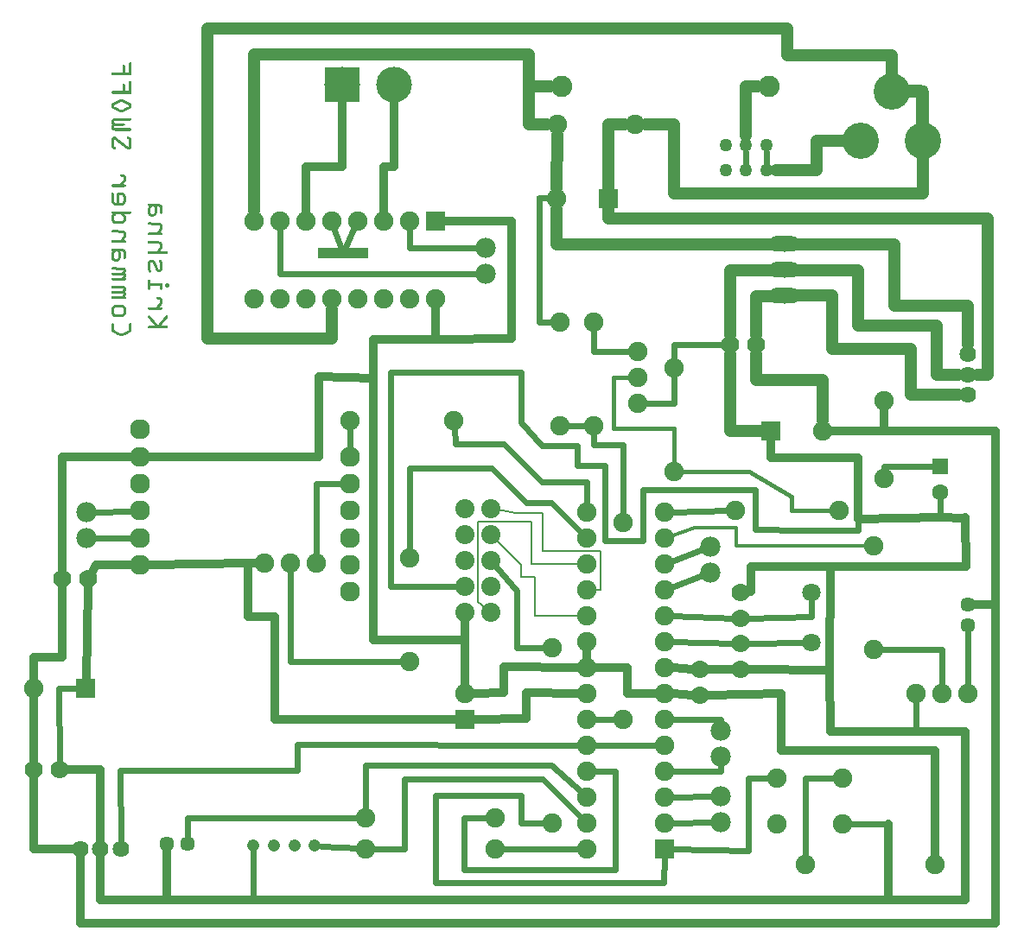
<source format=gbl>
G04 MADE WITH FRITZING*
G04 WWW.FRITZING.ORG*
G04 DOUBLE SIDED*
G04 HOLES PLATED*
G04 CONTOUR ON CENTER OF CONTOUR VECTOR*
%ASAXBY*%
%FSLAX23Y23*%
%MOIN*%
%OFA0B0*%
%SFA1.0B1.0*%
%ADD10C,0.050000*%
%ADD11C,0.140000*%
%ADD12C,0.073667*%
%ADD13C,0.077119*%
%ADD14C,0.075000*%
%ADD15C,0.057000*%
%ADD16C,0.047559*%
%ADD17C,0.064000*%
%ADD18C,0.062992*%
%ADD19C,0.137795*%
%ADD20C,0.078000*%
%ADD21C,0.060000*%
%ADD22C,0.082000*%
%ADD23C,0.070000*%
%ADD24C,0.070925*%
%ADD25C,0.070866*%
%ADD26R,0.075000X0.075000*%
%ADD27R,0.062992X0.062992*%
%ADD28R,0.137795X0.137795*%
%ADD29R,0.196850X0.039370*%
%ADD30C,0.048000*%
%ADD31C,0.024000*%
%ADD32C,0.032000*%
%ADD33C,0.016000*%
%ADD34C,0.008000*%
%ADD35C,0.012000*%
%ADD36R,0.001000X0.001000*%
%LNCOPPER0*%
G90*
G70*
G54D10*
X3145Y3330D03*
X3145Y3232D03*
X3224Y3232D03*
X3066Y3232D03*
X3066Y3330D03*
X3224Y3330D03*
G54D11*
X3586Y3346D03*
X3826Y3346D03*
X3706Y3536D03*
G54D12*
X2161Y1527D03*
X2061Y1527D03*
X2161Y1627D03*
X2061Y1627D03*
X2161Y1727D03*
X2061Y1727D03*
X2161Y1827D03*
X2061Y1827D03*
X2161Y1927D03*
X2061Y1927D03*
G54D13*
X806Y2231D03*
X806Y2126D03*
X806Y2022D03*
X806Y1918D03*
X806Y1814D03*
X806Y1710D03*
X1617Y2126D03*
X1617Y2022D03*
X1617Y1918D03*
X1617Y1814D03*
X1617Y1710D03*
X1617Y1605D03*
G54D14*
X3519Y708D03*
X3263Y708D03*
X3519Y885D03*
X3263Y885D03*
G54D15*
X4001Y1477D03*
X4001Y1556D03*
X911Y633D03*
X990Y633D03*
G54D16*
X1245Y626D03*
X1324Y626D03*
X1403Y626D03*
X1482Y626D03*
G54D17*
X4001Y2365D03*
X4001Y2444D03*
X4001Y2522D03*
X576Y613D03*
X655Y613D03*
X734Y613D03*
G54D14*
X3240Y2226D03*
X3440Y2226D03*
X599Y1233D03*
X399Y1233D03*
X2614Y3123D03*
X2414Y3123D03*
X3676Y2344D03*
X3676Y2044D03*
X2397Y1389D03*
X2397Y711D03*
G54D18*
X3893Y2088D03*
X3893Y1989D03*
G54D14*
X2670Y1871D03*
X2672Y1113D03*
X2831Y612D03*
X2531Y612D03*
X2831Y712D03*
X2531Y712D03*
X2831Y812D03*
X2531Y812D03*
X2831Y912D03*
X2531Y912D03*
X2831Y1012D03*
X2531Y1012D03*
X2831Y1112D03*
X2531Y1112D03*
X2831Y1212D03*
X2531Y1212D03*
X2831Y1312D03*
X2531Y1312D03*
X2831Y1412D03*
X2531Y1412D03*
X2831Y1512D03*
X2531Y1512D03*
X2831Y1612D03*
X2531Y1612D03*
X2831Y1712D03*
X2531Y1712D03*
X2831Y1812D03*
X2531Y1812D03*
X2831Y1912D03*
X2531Y1912D03*
X1946Y3037D03*
X1946Y2737D03*
X1846Y3037D03*
X1846Y2737D03*
X1746Y3037D03*
X1746Y2737D03*
X1646Y3037D03*
X1646Y2737D03*
X1546Y3037D03*
X1546Y2737D03*
X1446Y3037D03*
X1446Y2737D03*
X1346Y3037D03*
X1346Y2737D03*
X1246Y3037D03*
X1246Y2737D03*
G54D19*
X1587Y3563D03*
X1787Y3563D03*
G54D20*
X3007Y1678D03*
X3007Y1778D03*
X3046Y970D03*
X3046Y1070D03*
X2141Y2834D03*
X2141Y2934D03*
X3046Y715D03*
X3046Y815D03*
X602Y1812D03*
X602Y1912D03*
G54D21*
X3293Y2947D03*
X3293Y2847D03*
X3293Y2747D03*
G54D22*
X3234Y3556D03*
X2434Y3556D03*
G54D14*
X2179Y613D03*
X1679Y613D03*
X2179Y731D03*
X1679Y731D03*
X4001Y1213D03*
X3901Y1213D03*
X3801Y1213D03*
X2726Y2531D03*
X2726Y2431D03*
X2726Y2331D03*
G54D23*
X3184Y2560D03*
X3084Y2560D03*
G54D14*
X2869Y2068D03*
X2869Y2468D03*
X2559Y2245D03*
X2559Y2645D03*
X3505Y1920D03*
X3105Y1920D03*
X2427Y2647D03*
X2427Y2247D03*
X3637Y1381D03*
X3637Y1781D03*
X2019Y2267D03*
X1619Y2267D03*
X3373Y552D03*
X3873Y552D03*
G54D23*
X3125Y1603D03*
X3125Y1503D03*
X2969Y1306D03*
X2969Y1206D03*
X3125Y1406D03*
X3125Y1306D03*
G54D24*
X3399Y1602D03*
G54D25*
X3399Y1409D03*
G54D14*
X2417Y3408D03*
X2717Y3408D03*
X1486Y1715D03*
X1386Y1715D03*
X1286Y1715D03*
X1846Y1335D03*
X1846Y1735D03*
G54D23*
X497Y918D03*
X397Y918D03*
X607Y1656D03*
X507Y1656D03*
G54D14*
X2062Y1113D03*
X2062Y1213D03*
G54D26*
X3240Y2226D03*
X599Y1233D03*
X2614Y3123D03*
G54D27*
X3893Y2088D03*
G54D26*
X2831Y612D03*
X1946Y3037D03*
G54D28*
X1587Y3563D03*
G54D29*
X1590Y2914D03*
G54D26*
X2062Y1113D03*
G54D30*
X3578Y2631D02*
X3882Y2631D01*
D02*
X3578Y2847D02*
X3578Y2631D01*
D02*
X3335Y2847D02*
X3578Y2847D01*
D02*
X3782Y2543D02*
X3479Y2543D01*
D02*
X3782Y2365D02*
X3782Y2543D01*
D02*
X3965Y2365D02*
X3782Y2365D01*
D02*
X3479Y2543D02*
X3479Y2749D01*
D02*
X3479Y2749D02*
X3335Y2748D01*
D02*
X3716Y2947D02*
X3335Y2947D01*
D02*
X3716Y2710D02*
X3716Y2947D01*
D02*
X4002Y2710D02*
X3716Y2710D01*
D02*
X4002Y2558D02*
X4002Y2710D01*
G54D31*
D02*
X2349Y2647D02*
X2398Y2647D01*
G54D30*
D02*
X4079Y2444D02*
X4037Y2444D01*
D02*
X4079Y3045D02*
X4079Y2444D01*
D02*
X3882Y2444D02*
X3965Y2444D01*
D02*
X3882Y2631D02*
X3882Y2444D01*
G54D31*
D02*
X3145Y3258D02*
X3145Y3303D01*
D02*
X3224Y3303D02*
X3224Y3258D01*
G54D32*
D02*
X639Y1710D02*
X624Y1684D01*
D02*
X769Y1710D02*
X639Y1710D01*
G54D31*
D02*
X3399Y1509D02*
X3399Y1575D01*
D02*
X3151Y1503D02*
X3399Y1509D01*
G54D32*
D02*
X2061Y1419D02*
X2062Y1248D01*
D02*
X2061Y1419D02*
X2061Y1490D01*
D02*
X2061Y1419D02*
X1707Y1419D01*
D02*
X1707Y1419D02*
X1707Y2430D01*
D02*
X1707Y2430D02*
X1499Y2435D01*
D02*
X1707Y2580D02*
X1707Y2430D01*
D02*
X1499Y2435D02*
X1499Y2126D01*
D02*
X1946Y2580D02*
X1707Y2580D01*
D02*
X1499Y2126D02*
X844Y2126D01*
D02*
X2241Y2584D02*
X1946Y2580D01*
D02*
X1946Y2580D02*
X1946Y2702D01*
D02*
X2241Y3037D02*
X2241Y2584D01*
D02*
X1980Y3037D02*
X2241Y3037D01*
G54D33*
D02*
X3322Y1971D02*
X3157Y2070D01*
D02*
X3157Y2070D02*
X2892Y2068D01*
D02*
X3322Y1920D02*
X3322Y1971D01*
D02*
X3482Y1920D02*
X3322Y1920D01*
G54D32*
D02*
X2299Y1217D02*
X2299Y1115D01*
D02*
X2299Y1115D02*
X2097Y1114D01*
D02*
X2497Y1213D02*
X2299Y1217D01*
G54D31*
D02*
X2644Y1113D02*
X2560Y1112D01*
D02*
X2803Y1012D02*
X2560Y1012D01*
G54D32*
D02*
X1587Y3517D02*
X1587Y3246D01*
D02*
X1587Y3246D02*
X1446Y3246D01*
D02*
X1446Y3246D02*
X1446Y3071D01*
G54D31*
D02*
X3016Y815D02*
X2860Y813D01*
D02*
X990Y731D02*
X1650Y731D01*
D02*
X990Y658D02*
X990Y731D01*
G54D32*
D02*
X2937Y1307D02*
X2866Y1311D01*
D02*
X3470Y1704D02*
X3165Y1704D01*
D02*
X3165Y1704D02*
X3165Y1605D01*
D02*
X3470Y1704D02*
X3993Y1704D01*
D02*
X3470Y1704D02*
X3468Y1302D01*
D02*
X3165Y1605D02*
X3157Y1605D01*
D02*
X3993Y1704D02*
X3992Y1891D01*
D02*
X3468Y1302D02*
X3157Y1306D01*
D02*
X3992Y1890D02*
X3893Y1891D01*
D02*
X3991Y415D02*
X3991Y660D01*
D02*
X3801Y1065D02*
X3471Y1065D01*
D02*
X3471Y1065D02*
X3468Y1301D01*
D02*
X3991Y1065D02*
X3801Y1065D01*
D02*
X3991Y660D02*
X3991Y1065D01*
D02*
X3694Y415D02*
X3991Y415D01*
D02*
X3893Y1891D02*
X3578Y1887D01*
D02*
X3578Y1887D02*
X3578Y2121D01*
G54D31*
D02*
X3893Y1891D02*
X3893Y1962D01*
G54D32*
D02*
X3694Y415D02*
X3695Y708D01*
D02*
X3578Y2121D02*
X3240Y2121D01*
G54D31*
D02*
X3578Y1887D02*
X3578Y1843D01*
G54D32*
D02*
X1245Y415D02*
X3694Y415D01*
G54D31*
D02*
X3695Y708D02*
X3547Y708D01*
G54D32*
D02*
X3240Y2121D02*
X3240Y2191D01*
G54D31*
D02*
X3578Y1843D02*
X3364Y1843D01*
G54D32*
D02*
X911Y415D02*
X1245Y415D01*
G54D31*
D02*
X1245Y415D02*
X1245Y601D01*
D02*
X3364Y1843D02*
X3180Y1845D01*
G54D32*
D02*
X655Y415D02*
X911Y415D01*
D02*
X911Y415D02*
X911Y602D01*
G54D31*
D02*
X3180Y1845D02*
X3180Y1999D01*
G54D32*
D02*
X655Y583D02*
X655Y415D01*
G54D31*
D02*
X3180Y1999D02*
X2746Y1999D01*
D02*
X2746Y1999D02*
X2746Y1802D01*
D02*
X2746Y1802D02*
X2602Y1802D01*
D02*
X2602Y1802D02*
X2602Y2091D01*
D02*
X2495Y2169D02*
X2358Y2169D01*
D02*
X2495Y2091D02*
X2495Y2169D01*
D02*
X2602Y2091D02*
X2495Y2091D01*
D02*
X2278Y2258D02*
X2277Y2454D01*
D02*
X2358Y2169D02*
X2278Y2258D01*
D02*
X2277Y2454D02*
X1774Y2454D01*
D02*
X1774Y2454D02*
X1774Y1627D01*
D02*
X1774Y1627D02*
X2030Y1627D01*
D02*
X775Y1814D02*
X632Y1812D01*
G54D32*
D02*
X1787Y3246D02*
X1787Y3517D01*
D02*
X1746Y3246D02*
X1787Y3246D01*
D02*
X1746Y3071D02*
X1746Y3246D01*
G54D31*
D02*
X497Y944D02*
X495Y1233D01*
D02*
X495Y1233D02*
X570Y1233D01*
G54D32*
D02*
X655Y918D02*
X655Y643D01*
D02*
X529Y918D02*
X655Y918D01*
G54D31*
D02*
X2559Y2617D02*
X2559Y2531D01*
D02*
X2559Y2531D02*
X2697Y2531D01*
D02*
X3058Y2560D02*
X2869Y2560D01*
D02*
X2869Y2560D02*
X2869Y2497D01*
D02*
X2510Y832D02*
X2394Y937D01*
D02*
X2394Y937D02*
X1679Y937D01*
D02*
X1679Y937D02*
X1679Y760D01*
D02*
X3153Y886D02*
X3234Y885D01*
D02*
X3153Y606D02*
X3153Y886D01*
D02*
X2860Y612D02*
X3153Y606D01*
G54D30*
D02*
X2613Y3045D02*
X2613Y3083D01*
D02*
X4079Y3045D02*
X2613Y3045D01*
G54D31*
D02*
X1386Y1335D02*
X1817Y1335D01*
D02*
X1386Y1687D02*
X1386Y1335D01*
G54D32*
D02*
X3093Y1306D02*
X3000Y1306D01*
D02*
X3282Y1212D02*
X3000Y1206D01*
D02*
X3873Y993D02*
X3282Y993D01*
D02*
X3282Y993D02*
X3282Y1212D01*
D02*
X3873Y586D02*
X3873Y993D01*
G54D30*
D02*
X3084Y2597D02*
X3084Y2847D01*
D02*
X3084Y2847D02*
X3250Y2847D01*
G54D31*
D02*
X3077Y1919D02*
X2860Y1913D01*
G54D32*
D02*
X497Y918D02*
X497Y918D01*
G54D30*
D02*
X3250Y2947D02*
X2414Y2947D01*
D02*
X2414Y2947D02*
X2414Y3083D01*
G54D31*
D02*
X2979Y1768D02*
X2858Y1722D01*
G54D32*
D02*
X507Y2126D02*
X769Y2126D01*
D02*
X507Y1688D02*
X507Y2126D01*
G54D31*
D02*
X2531Y2030D02*
X2531Y1941D01*
D02*
X2356Y2030D02*
X2531Y2030D01*
D02*
X2210Y2176D02*
X2356Y2030D01*
D02*
X2025Y2176D02*
X2210Y2176D01*
D02*
X2021Y2238D02*
X2025Y2176D01*
D02*
X1486Y2022D02*
X1486Y1744D01*
D02*
X1585Y2022D02*
X1486Y2022D01*
G54D32*
D02*
X2211Y1215D02*
X2097Y1214D01*
D02*
X2211Y1316D02*
X2211Y1215D01*
D02*
X2497Y1313D02*
X2211Y1316D01*
D02*
X607Y1625D02*
X600Y1267D01*
G54D30*
D02*
X1068Y2584D02*
X1068Y3779D01*
D02*
X1068Y3779D02*
X3305Y3779D01*
D02*
X3305Y3779D02*
X3305Y3676D01*
D02*
X3305Y3676D02*
X3706Y3676D01*
D02*
X3706Y3676D02*
X3706Y3608D01*
D02*
X1546Y2584D02*
X1068Y2584D01*
D02*
X3419Y3232D02*
X3419Y3346D01*
D02*
X3419Y3346D02*
X3514Y3346D01*
D02*
X3262Y3232D02*
X3419Y3232D01*
D02*
X3145Y3556D02*
X3145Y3367D01*
D02*
X3190Y3556D02*
X3145Y3556D01*
G54D31*
D02*
X3676Y2088D02*
X3676Y2072D01*
D02*
X3866Y2088D02*
X3676Y2088D01*
G54D30*
D02*
X3184Y2597D02*
X3184Y2747D01*
D02*
X3184Y2747D02*
X3250Y2747D01*
G54D31*
D02*
X3016Y715D02*
X2860Y713D01*
G54D33*
D02*
X2633Y2431D02*
X2703Y2431D01*
D02*
X2633Y2237D02*
X2633Y2431D01*
D02*
X2868Y2237D02*
X2633Y2237D01*
D02*
X2868Y2237D02*
X2869Y2091D01*
G54D32*
D02*
X2028Y1113D02*
X1329Y1113D01*
D02*
X1329Y1113D02*
X1329Y1508D01*
D02*
X1329Y1508D02*
X1225Y1508D01*
D02*
X1225Y1508D02*
X1225Y1715D01*
D02*
X1225Y1715D02*
X844Y1710D01*
D02*
X1225Y1715D02*
X1251Y1715D01*
G54D31*
D02*
X775Y1917D02*
X632Y1913D01*
D02*
X3046Y1100D02*
X3046Y1112D01*
D02*
X3046Y1112D02*
X2860Y1112D01*
G54D32*
D02*
X2937Y1207D02*
X2866Y1211D01*
D02*
X397Y950D02*
X399Y1199D01*
G54D31*
D02*
X1826Y613D02*
X1707Y613D01*
D02*
X1826Y882D02*
X1826Y613D01*
D02*
X2362Y882D02*
X1826Y882D01*
D02*
X2511Y732D02*
X2362Y882D01*
D02*
X3373Y886D02*
X3373Y581D01*
D02*
X3490Y885D02*
X3373Y886D01*
G54D32*
D02*
X2531Y1346D02*
X2531Y1378D01*
D02*
X2689Y1312D02*
X2566Y1312D01*
D02*
X2689Y1312D02*
X2689Y1212D01*
D02*
X2689Y1212D02*
X2797Y1212D01*
G54D30*
D02*
X3084Y2523D02*
X3084Y2226D01*
D02*
X3084Y2226D02*
X3200Y2226D01*
G54D31*
D02*
X3099Y1407D02*
X2860Y1412D01*
G54D30*
D02*
X1246Y3679D02*
X1246Y3076D01*
D02*
X1246Y3679D02*
X2308Y3679D01*
D02*
X2308Y3679D02*
X2308Y3557D01*
D02*
X2308Y3557D02*
X2390Y3556D01*
D02*
X2308Y3557D02*
X2308Y3408D01*
D02*
X2308Y3408D02*
X2377Y3408D01*
G54D34*
D02*
X2277Y1709D02*
X2179Y1808D01*
D02*
X2277Y1664D02*
X2277Y1709D01*
D02*
X2332Y1664D02*
X2277Y1664D01*
D02*
X2332Y1512D02*
X2332Y1664D01*
D02*
X2508Y1512D02*
X2332Y1512D01*
G54D31*
D02*
X3372Y1409D02*
X3151Y1406D01*
D02*
X2111Y2934D02*
X1846Y2934D01*
D02*
X1846Y2934D02*
X1846Y3008D01*
D02*
X1346Y2833D02*
X2111Y2833D01*
D02*
X1346Y3008D02*
X1346Y2833D01*
G54D30*
D02*
X2414Y3163D02*
X2416Y3369D01*
G54D32*
D02*
X399Y1352D02*
X399Y1267D01*
D02*
X507Y1352D02*
X399Y1352D01*
D02*
X507Y1352D02*
X507Y1625D01*
G54D31*
D02*
X2455Y2247D02*
X2557Y2247D01*
D02*
X2557Y2247D02*
X2557Y2172D01*
D02*
X2557Y2172D02*
X2558Y2217D01*
D02*
X2670Y2172D02*
X2557Y2172D01*
D02*
X2670Y1900D02*
X2670Y2172D01*
D02*
X2869Y2331D02*
X2869Y2439D01*
D02*
X2754Y2331D02*
X2869Y2331D01*
G54D30*
D02*
X3440Y2265D02*
X3440Y2423D01*
D02*
X3440Y2423D02*
X3184Y2423D01*
D02*
X3184Y2423D02*
X3184Y2523D01*
G54D31*
D02*
X1618Y2158D02*
X1619Y2238D01*
G54D32*
D02*
X576Y326D02*
X4108Y326D01*
D02*
X576Y326D02*
X576Y583D01*
D02*
X4108Y326D02*
X4108Y552D01*
D02*
X4108Y1556D02*
X4108Y2226D01*
D02*
X4108Y552D02*
X4108Y1556D01*
D02*
X4108Y2226D02*
X3676Y2226D01*
D02*
X3676Y2226D02*
X3474Y2226D01*
D02*
X3676Y2226D02*
X3676Y2309D01*
G54D31*
D02*
X2165Y2083D02*
X2298Y1950D01*
D02*
X2298Y1950D02*
X2394Y1950D01*
D02*
X1846Y2083D02*
X2165Y2083D01*
D02*
X2394Y1950D02*
X2511Y1832D01*
D02*
X1846Y1764D02*
X1846Y2083D01*
D02*
X2829Y484D02*
X2831Y584D01*
D02*
X1946Y484D02*
X2829Y484D01*
D02*
X1946Y819D02*
X1946Y484D01*
D02*
X2278Y819D02*
X1946Y819D01*
D02*
X2278Y711D02*
X2278Y819D01*
D02*
X2368Y711D02*
X2278Y711D01*
D02*
X1506Y624D02*
X1650Y615D01*
D02*
X2058Y533D02*
X2058Y731D01*
D02*
X2058Y731D02*
X2150Y731D01*
D02*
X2640Y533D02*
X2058Y533D01*
D02*
X2640Y912D02*
X2640Y533D01*
D02*
X2560Y912D02*
X2640Y912D01*
D02*
X2979Y1668D02*
X2858Y1622D01*
G54D34*
D02*
X2111Y1567D02*
X2111Y1877D01*
D02*
X2111Y1877D02*
X2318Y1877D01*
D02*
X2141Y1543D02*
X2111Y1567D01*
D02*
X2318Y1877D02*
X2318Y1712D01*
D02*
X2318Y1712D02*
X2508Y1712D01*
G54D31*
D02*
X3046Y912D02*
X2860Y912D01*
D02*
X3046Y940D02*
X3046Y912D01*
G54D34*
D02*
X2585Y1612D02*
X2585Y1762D01*
D02*
X2585Y1762D02*
X2362Y1762D01*
D02*
X2555Y1612D02*
X2585Y1612D01*
D02*
X2362Y1909D02*
X2256Y1909D01*
D02*
X2362Y1762D02*
X2362Y1909D01*
D02*
X2256Y1909D02*
X2186Y1922D01*
G54D31*
D02*
X1414Y1015D02*
X1414Y915D01*
D02*
X1414Y915D02*
X897Y915D01*
D02*
X2503Y1012D02*
X1414Y1015D01*
D02*
X897Y915D02*
X731Y915D01*
D02*
X731Y915D02*
X733Y638D01*
G54D32*
D02*
X397Y886D02*
X397Y613D01*
D02*
X397Y613D02*
X546Y613D01*
G54D30*
D02*
X2614Y3408D02*
X2677Y3408D01*
D02*
X2614Y3163D02*
X2614Y3408D01*
G54D31*
D02*
X2860Y1511D02*
X3099Y1504D01*
D02*
X2368Y1389D02*
X2260Y1389D01*
D02*
X2260Y1389D02*
X2260Y1609D01*
D02*
X2260Y1609D02*
X2181Y1703D01*
G54D35*
D02*
X3106Y1782D02*
X3106Y1851D01*
D02*
X3106Y1851D02*
X2949Y1851D01*
D02*
X2949Y1851D02*
X2853Y1819D01*
D02*
X3614Y1781D02*
X3106Y1782D01*
G54D31*
D02*
X3901Y1382D02*
X3666Y1381D01*
D02*
X3901Y1242D02*
X3901Y1382D01*
D02*
X3801Y1065D02*
X3801Y1185D01*
D02*
X4001Y1452D02*
X4001Y1242D01*
G54D32*
D02*
X4108Y1556D02*
X4032Y1556D01*
G54D30*
D02*
X1546Y2584D02*
X1546Y2697D01*
D02*
X2868Y3408D02*
X2868Y3143D01*
D02*
X2756Y3408D02*
X2868Y3408D01*
D02*
X2868Y3143D02*
X3826Y3143D01*
D02*
X3826Y3143D02*
X3826Y3274D01*
G54D31*
D02*
X1596Y2928D02*
X1634Y3011D01*
D02*
X1585Y2928D02*
X1555Y3010D01*
D02*
X2207Y613D02*
X2503Y612D01*
G54D36*
X768Y3649D02*
X772Y3649D01*
X767Y3648D02*
X773Y3648D01*
X766Y3647D02*
X774Y3647D01*
X765Y3646D02*
X774Y3646D01*
X765Y3645D02*
X774Y3645D01*
X765Y3644D02*
X774Y3644D01*
X765Y3643D02*
X774Y3643D01*
X765Y3642D02*
X774Y3642D01*
X765Y3641D02*
X774Y3641D01*
X765Y3640D02*
X774Y3640D01*
X742Y3639D02*
X746Y3639D01*
X765Y3639D02*
X774Y3639D01*
X741Y3638D02*
X747Y3638D01*
X765Y3638D02*
X774Y3638D01*
X740Y3637D02*
X748Y3637D01*
X765Y3637D02*
X774Y3637D01*
X740Y3636D02*
X748Y3636D01*
X765Y3636D02*
X774Y3636D01*
X740Y3635D02*
X749Y3635D01*
X765Y3635D02*
X774Y3635D01*
X740Y3634D02*
X749Y3634D01*
X765Y3634D02*
X774Y3634D01*
X740Y3633D02*
X749Y3633D01*
X765Y3633D02*
X774Y3633D01*
X740Y3632D02*
X749Y3632D01*
X765Y3632D02*
X774Y3632D01*
X740Y3631D02*
X749Y3631D01*
X765Y3631D02*
X774Y3631D01*
X740Y3630D02*
X749Y3630D01*
X765Y3630D02*
X774Y3630D01*
X740Y3629D02*
X749Y3629D01*
X765Y3629D02*
X774Y3629D01*
X740Y3628D02*
X749Y3628D01*
X765Y3628D02*
X774Y3628D01*
X740Y3627D02*
X749Y3627D01*
X765Y3627D02*
X774Y3627D01*
X740Y3626D02*
X749Y3626D01*
X765Y3626D02*
X774Y3626D01*
X740Y3625D02*
X749Y3625D01*
X765Y3625D02*
X774Y3625D01*
X740Y3624D02*
X749Y3624D01*
X765Y3624D02*
X774Y3624D01*
X740Y3623D02*
X749Y3623D01*
X765Y3623D02*
X774Y3623D01*
X740Y3622D02*
X749Y3622D01*
X765Y3622D02*
X774Y3622D01*
X740Y3621D02*
X749Y3621D01*
X765Y3621D02*
X774Y3621D01*
X740Y3620D02*
X749Y3620D01*
X765Y3620D02*
X774Y3620D01*
X740Y3619D02*
X749Y3619D01*
X765Y3619D02*
X774Y3619D01*
X740Y3618D02*
X749Y3618D01*
X765Y3618D02*
X774Y3618D01*
X740Y3617D02*
X749Y3617D01*
X765Y3617D02*
X774Y3617D01*
X740Y3616D02*
X749Y3616D01*
X765Y3616D02*
X774Y3616D01*
X740Y3615D02*
X749Y3615D01*
X765Y3615D02*
X774Y3615D01*
X740Y3614D02*
X749Y3614D01*
X765Y3614D02*
X774Y3614D01*
X740Y3613D02*
X749Y3613D01*
X765Y3613D02*
X774Y3613D01*
X740Y3612D02*
X749Y3612D01*
X765Y3612D02*
X774Y3612D01*
X740Y3611D02*
X749Y3611D01*
X765Y3611D02*
X774Y3611D01*
X703Y3610D02*
X774Y3610D01*
X699Y3609D02*
X774Y3609D01*
X698Y3608D02*
X774Y3608D01*
X698Y3607D02*
X774Y3607D01*
X697Y3606D02*
X774Y3606D01*
X697Y3605D02*
X774Y3605D01*
X697Y3604D02*
X774Y3604D01*
X698Y3603D02*
X774Y3603D01*
X698Y3602D02*
X774Y3602D01*
X699Y3601D02*
X774Y3601D01*
X702Y3600D02*
X774Y3600D01*
X768Y3577D02*
X772Y3577D01*
X767Y3576D02*
X773Y3576D01*
X766Y3575D02*
X774Y3575D01*
X765Y3574D02*
X774Y3574D01*
X765Y3573D02*
X774Y3573D01*
X765Y3572D02*
X774Y3572D01*
X765Y3571D02*
X774Y3571D01*
X765Y3570D02*
X774Y3570D01*
X765Y3569D02*
X774Y3569D01*
X765Y3568D02*
X774Y3568D01*
X742Y3567D02*
X746Y3567D01*
X765Y3567D02*
X774Y3567D01*
X741Y3566D02*
X747Y3566D01*
X765Y3566D02*
X774Y3566D01*
X740Y3565D02*
X748Y3565D01*
X765Y3565D02*
X774Y3565D01*
X740Y3564D02*
X748Y3564D01*
X765Y3564D02*
X774Y3564D01*
X740Y3563D02*
X749Y3563D01*
X765Y3563D02*
X774Y3563D01*
X740Y3562D02*
X749Y3562D01*
X765Y3562D02*
X774Y3562D01*
X740Y3561D02*
X749Y3561D01*
X765Y3561D02*
X774Y3561D01*
X3706Y3561D02*
X3825Y3561D01*
X740Y3560D02*
X749Y3560D01*
X765Y3560D02*
X774Y3560D01*
X3699Y3560D02*
X3831Y3560D01*
X740Y3559D02*
X749Y3559D01*
X765Y3559D02*
X774Y3559D01*
X3696Y3559D02*
X3834Y3559D01*
X740Y3558D02*
X749Y3558D01*
X765Y3558D02*
X774Y3558D01*
X3694Y3558D02*
X3836Y3558D01*
X740Y3557D02*
X749Y3557D01*
X765Y3557D02*
X774Y3557D01*
X3692Y3557D02*
X3838Y3557D01*
X740Y3556D02*
X749Y3556D01*
X765Y3556D02*
X774Y3556D01*
X3691Y3556D02*
X3839Y3556D01*
X740Y3555D02*
X749Y3555D01*
X765Y3555D02*
X774Y3555D01*
X3690Y3555D02*
X3840Y3555D01*
X740Y3554D02*
X749Y3554D01*
X765Y3554D02*
X774Y3554D01*
X3689Y3554D02*
X3842Y3554D01*
X740Y3553D02*
X749Y3553D01*
X765Y3553D02*
X774Y3553D01*
X3688Y3553D02*
X3842Y3553D01*
X740Y3552D02*
X749Y3552D01*
X765Y3552D02*
X774Y3552D01*
X3687Y3552D02*
X3843Y3552D01*
X740Y3551D02*
X749Y3551D01*
X765Y3551D02*
X774Y3551D01*
X3686Y3551D02*
X3844Y3551D01*
X740Y3550D02*
X749Y3550D01*
X765Y3550D02*
X774Y3550D01*
X3686Y3550D02*
X3845Y3550D01*
X740Y3549D02*
X749Y3549D01*
X765Y3549D02*
X774Y3549D01*
X3685Y3549D02*
X3845Y3549D01*
X740Y3548D02*
X749Y3548D01*
X765Y3548D02*
X774Y3548D01*
X3684Y3548D02*
X3846Y3548D01*
X740Y3547D02*
X749Y3547D01*
X765Y3547D02*
X774Y3547D01*
X3684Y3547D02*
X3846Y3547D01*
X740Y3546D02*
X749Y3546D01*
X765Y3546D02*
X774Y3546D01*
X3683Y3546D02*
X3847Y3546D01*
X740Y3545D02*
X749Y3545D01*
X765Y3545D02*
X774Y3545D01*
X3683Y3545D02*
X3847Y3545D01*
X740Y3544D02*
X749Y3544D01*
X765Y3544D02*
X774Y3544D01*
X3683Y3544D02*
X3848Y3544D01*
X740Y3543D02*
X749Y3543D01*
X765Y3543D02*
X774Y3543D01*
X3683Y3543D02*
X3848Y3543D01*
X740Y3542D02*
X749Y3542D01*
X765Y3542D02*
X774Y3542D01*
X3682Y3542D02*
X3848Y3542D01*
X740Y3541D02*
X749Y3541D01*
X765Y3541D02*
X774Y3541D01*
X3682Y3541D02*
X3848Y3541D01*
X740Y3540D02*
X749Y3540D01*
X765Y3540D02*
X774Y3540D01*
X3682Y3540D02*
X3848Y3540D01*
X740Y3539D02*
X749Y3539D01*
X765Y3539D02*
X774Y3539D01*
X3682Y3539D02*
X3849Y3539D01*
X702Y3538D02*
X774Y3538D01*
X3682Y3538D02*
X3849Y3538D01*
X699Y3537D02*
X774Y3537D01*
X3682Y3537D02*
X3849Y3537D01*
X698Y3536D02*
X774Y3536D01*
X3682Y3536D02*
X3849Y3536D01*
X698Y3535D02*
X774Y3535D01*
X3682Y3535D02*
X3849Y3535D01*
X697Y3534D02*
X774Y3534D01*
X3682Y3534D02*
X3849Y3534D01*
X697Y3533D02*
X774Y3533D01*
X3682Y3533D02*
X3849Y3533D01*
X697Y3532D02*
X774Y3532D01*
X3682Y3532D02*
X3849Y3532D01*
X698Y3531D02*
X774Y3531D01*
X3683Y3531D02*
X3849Y3531D01*
X698Y3530D02*
X774Y3530D01*
X3683Y3530D02*
X3849Y3530D01*
X699Y3529D02*
X774Y3529D01*
X3683Y3529D02*
X3849Y3529D01*
X702Y3528D02*
X774Y3528D01*
X3683Y3528D02*
X3849Y3528D01*
X3684Y3527D02*
X3849Y3527D01*
X3684Y3526D02*
X3849Y3526D01*
X3685Y3525D02*
X3849Y3525D01*
X3686Y3524D02*
X3849Y3524D01*
X3686Y3523D02*
X3849Y3523D01*
X3687Y3522D02*
X3849Y3522D01*
X3688Y3521D02*
X3849Y3521D01*
X3689Y3520D02*
X3849Y3520D01*
X3690Y3519D02*
X3849Y3519D01*
X3691Y3518D02*
X3849Y3518D01*
X3692Y3517D02*
X3849Y3517D01*
X3694Y3516D02*
X3849Y3516D01*
X3696Y3515D02*
X3849Y3515D01*
X3699Y3514D02*
X3849Y3514D01*
X3802Y3513D02*
X3849Y3513D01*
X3802Y3512D02*
X3849Y3512D01*
X3802Y3511D02*
X3849Y3511D01*
X3802Y3510D02*
X3849Y3510D01*
X3802Y3509D02*
X3849Y3509D01*
X3802Y3508D02*
X3849Y3508D01*
X3802Y3507D02*
X3849Y3507D01*
X3802Y3506D02*
X3849Y3506D01*
X731Y3505D02*
X741Y3505D01*
X3802Y3505D02*
X3849Y3505D01*
X728Y3504D02*
X744Y3504D01*
X3802Y3504D02*
X3849Y3504D01*
X725Y3503D02*
X746Y3503D01*
X3802Y3503D02*
X3849Y3503D01*
X723Y3502D02*
X748Y3502D01*
X3802Y3502D02*
X3849Y3502D01*
X721Y3501D02*
X750Y3501D01*
X3802Y3501D02*
X3849Y3501D01*
X719Y3500D02*
X752Y3500D01*
X3802Y3500D02*
X3849Y3500D01*
X717Y3499D02*
X754Y3499D01*
X3802Y3499D02*
X3849Y3499D01*
X715Y3498D02*
X756Y3498D01*
X3802Y3498D02*
X3849Y3498D01*
X713Y3497D02*
X758Y3497D01*
X3802Y3497D02*
X3849Y3497D01*
X711Y3496D02*
X760Y3496D01*
X3802Y3496D02*
X3849Y3496D01*
X709Y3495D02*
X732Y3495D01*
X740Y3495D02*
X762Y3495D01*
X3802Y3495D02*
X3849Y3495D01*
X707Y3494D02*
X729Y3494D01*
X742Y3494D02*
X764Y3494D01*
X3802Y3494D02*
X3849Y3494D01*
X705Y3493D02*
X727Y3493D01*
X744Y3493D02*
X766Y3493D01*
X3802Y3493D02*
X3849Y3493D01*
X704Y3492D02*
X725Y3492D01*
X746Y3492D02*
X768Y3492D01*
X3802Y3492D02*
X3849Y3492D01*
X702Y3491D02*
X723Y3491D01*
X748Y3491D02*
X769Y3491D01*
X3802Y3491D02*
X3849Y3491D01*
X701Y3490D02*
X721Y3490D01*
X750Y3490D02*
X770Y3490D01*
X3802Y3490D02*
X3849Y3490D01*
X700Y3489D02*
X719Y3489D01*
X752Y3489D02*
X771Y3489D01*
X3802Y3489D02*
X3849Y3489D01*
X699Y3488D02*
X717Y3488D01*
X754Y3488D02*
X772Y3488D01*
X3802Y3488D02*
X3849Y3488D01*
X699Y3487D02*
X715Y3487D01*
X756Y3487D02*
X773Y3487D01*
X3802Y3487D02*
X3849Y3487D01*
X698Y3486D02*
X713Y3486D01*
X758Y3486D02*
X773Y3486D01*
X3802Y3486D02*
X3849Y3486D01*
X698Y3485D02*
X711Y3485D01*
X760Y3485D02*
X774Y3485D01*
X3802Y3485D02*
X3849Y3485D01*
X698Y3484D02*
X709Y3484D01*
X762Y3484D02*
X774Y3484D01*
X3802Y3484D02*
X3849Y3484D01*
X697Y3483D02*
X707Y3483D01*
X764Y3483D02*
X774Y3483D01*
X3802Y3483D02*
X3849Y3483D01*
X697Y3482D02*
X707Y3482D01*
X765Y3482D02*
X774Y3482D01*
X3802Y3482D02*
X3849Y3482D01*
X697Y3481D02*
X706Y3481D01*
X765Y3481D02*
X774Y3481D01*
X3802Y3481D02*
X3849Y3481D01*
X697Y3480D02*
X706Y3480D01*
X765Y3480D02*
X774Y3480D01*
X3802Y3480D02*
X3849Y3480D01*
X697Y3479D02*
X707Y3479D01*
X764Y3479D02*
X774Y3479D01*
X3802Y3479D02*
X3849Y3479D01*
X698Y3478D02*
X708Y3478D01*
X763Y3478D02*
X774Y3478D01*
X3802Y3478D02*
X3849Y3478D01*
X698Y3477D02*
X710Y3477D01*
X761Y3477D02*
X774Y3477D01*
X3802Y3477D02*
X3849Y3477D01*
X698Y3476D02*
X712Y3476D01*
X759Y3476D02*
X773Y3476D01*
X3802Y3476D02*
X3849Y3476D01*
X699Y3475D02*
X714Y3475D01*
X757Y3475D02*
X773Y3475D01*
X3802Y3475D02*
X3849Y3475D01*
X699Y3474D02*
X716Y3474D01*
X755Y3474D02*
X772Y3474D01*
X3802Y3474D02*
X3849Y3474D01*
X700Y3473D02*
X718Y3473D01*
X753Y3473D02*
X772Y3473D01*
X3802Y3473D02*
X3849Y3473D01*
X701Y3472D02*
X720Y3472D01*
X751Y3472D02*
X771Y3472D01*
X3802Y3472D02*
X3849Y3472D01*
X702Y3471D02*
X722Y3471D01*
X749Y3471D02*
X770Y3471D01*
X3802Y3471D02*
X3849Y3471D01*
X703Y3470D02*
X724Y3470D01*
X747Y3470D02*
X768Y3470D01*
X3802Y3470D02*
X3849Y3470D01*
X705Y3469D02*
X726Y3469D01*
X745Y3469D02*
X767Y3469D01*
X3802Y3469D02*
X3849Y3469D01*
X707Y3468D02*
X728Y3468D01*
X743Y3468D02*
X765Y3468D01*
X3802Y3468D02*
X3849Y3468D01*
X709Y3467D02*
X730Y3467D01*
X741Y3467D02*
X763Y3467D01*
X3802Y3467D02*
X3849Y3467D01*
X711Y3466D02*
X761Y3466D01*
X3802Y3466D02*
X3849Y3466D01*
X713Y3465D02*
X759Y3465D01*
X3802Y3465D02*
X3849Y3465D01*
X715Y3464D02*
X757Y3464D01*
X3802Y3464D02*
X3849Y3464D01*
X717Y3463D02*
X755Y3463D01*
X3802Y3463D02*
X3849Y3463D01*
X719Y3462D02*
X753Y3462D01*
X3802Y3462D02*
X3849Y3462D01*
X721Y3461D02*
X751Y3461D01*
X3802Y3461D02*
X3849Y3461D01*
X723Y3460D02*
X749Y3460D01*
X3802Y3460D02*
X3849Y3460D01*
X725Y3459D02*
X747Y3459D01*
X3802Y3459D02*
X3849Y3459D01*
X727Y3458D02*
X745Y3458D01*
X3802Y3458D02*
X3849Y3458D01*
X729Y3457D02*
X742Y3457D01*
X3802Y3457D02*
X3849Y3457D01*
X735Y3456D02*
X736Y3456D01*
X3802Y3456D02*
X3849Y3456D01*
X3802Y3455D02*
X3849Y3455D01*
X3802Y3454D02*
X3849Y3454D01*
X3802Y3453D02*
X3849Y3453D01*
X3802Y3452D02*
X3849Y3452D01*
X3802Y3451D02*
X3849Y3451D01*
X3802Y3450D02*
X3849Y3450D01*
X3802Y3449D02*
X3849Y3449D01*
X3802Y3448D02*
X3849Y3448D01*
X3802Y3447D02*
X3849Y3447D01*
X3802Y3446D02*
X3849Y3446D01*
X3802Y3445D02*
X3849Y3445D01*
X3802Y3444D02*
X3849Y3444D01*
X3802Y3443D02*
X3849Y3443D01*
X3802Y3442D02*
X3849Y3442D01*
X3802Y3441D02*
X3849Y3441D01*
X3802Y3440D02*
X3849Y3440D01*
X3802Y3439D02*
X3849Y3439D01*
X3802Y3438D02*
X3849Y3438D01*
X3802Y3437D02*
X3849Y3437D01*
X3802Y3436D02*
X3849Y3436D01*
X3802Y3435D02*
X3849Y3435D01*
X3802Y3434D02*
X3849Y3434D01*
X708Y3433D02*
X772Y3433D01*
X3802Y3433D02*
X3849Y3433D01*
X706Y3432D02*
X773Y3432D01*
X3802Y3432D02*
X3849Y3432D01*
X705Y3431D02*
X774Y3431D01*
X3802Y3431D02*
X3849Y3431D01*
X703Y3430D02*
X774Y3430D01*
X3802Y3430D02*
X3849Y3430D01*
X701Y3429D02*
X774Y3429D01*
X3802Y3429D02*
X3849Y3429D01*
X700Y3428D02*
X774Y3428D01*
X3802Y3428D02*
X3849Y3428D01*
X699Y3427D02*
X774Y3427D01*
X3802Y3427D02*
X3849Y3427D01*
X698Y3426D02*
X773Y3426D01*
X3802Y3426D02*
X3849Y3426D01*
X697Y3425D02*
X773Y3425D01*
X3802Y3425D02*
X3849Y3425D01*
X697Y3424D02*
X771Y3424D01*
X3802Y3424D02*
X3849Y3424D01*
X697Y3423D02*
X710Y3423D01*
X3802Y3423D02*
X3849Y3423D01*
X697Y3422D02*
X708Y3422D01*
X3802Y3422D02*
X3849Y3422D01*
X697Y3421D02*
X707Y3421D01*
X3802Y3421D02*
X3849Y3421D01*
X697Y3420D02*
X706Y3420D01*
X3802Y3420D02*
X3849Y3420D01*
X697Y3419D02*
X706Y3419D01*
X3802Y3419D02*
X3849Y3419D01*
X697Y3418D02*
X706Y3418D01*
X3802Y3418D02*
X3849Y3418D01*
X697Y3417D02*
X706Y3417D01*
X3802Y3417D02*
X3849Y3417D01*
X697Y3416D02*
X708Y3416D01*
X3802Y3416D02*
X3849Y3416D01*
X697Y3415D02*
X709Y3415D01*
X3802Y3415D02*
X3849Y3415D01*
X697Y3414D02*
X711Y3414D01*
X3802Y3414D02*
X3849Y3414D01*
X697Y3413D02*
X746Y3413D01*
X3802Y3413D02*
X3849Y3413D01*
X698Y3412D02*
X748Y3412D01*
X3802Y3412D02*
X3849Y3412D01*
X698Y3411D02*
X748Y3411D01*
X3802Y3411D02*
X3849Y3411D01*
X699Y3410D02*
X749Y3410D01*
X3802Y3410D02*
X3849Y3410D01*
X700Y3409D02*
X749Y3409D01*
X3802Y3409D02*
X3849Y3409D01*
X700Y3408D02*
X749Y3408D01*
X3802Y3408D02*
X3849Y3408D01*
X699Y3407D02*
X748Y3407D01*
X3802Y3407D02*
X3849Y3407D01*
X698Y3406D02*
X748Y3406D01*
X3802Y3406D02*
X3849Y3406D01*
X697Y3405D02*
X747Y3405D01*
X3802Y3405D02*
X3849Y3405D01*
X697Y3404D02*
X745Y3404D01*
X3802Y3404D02*
X3849Y3404D01*
X697Y3403D02*
X710Y3403D01*
X3802Y3403D02*
X3849Y3403D01*
X697Y3402D02*
X708Y3402D01*
X3802Y3402D02*
X3849Y3402D01*
X697Y3401D02*
X707Y3401D01*
X3802Y3401D02*
X3849Y3401D01*
X697Y3400D02*
X706Y3400D01*
X3802Y3400D02*
X3849Y3400D01*
X697Y3399D02*
X706Y3399D01*
X3802Y3399D02*
X3849Y3399D01*
X697Y3398D02*
X706Y3398D01*
X3802Y3398D02*
X3849Y3398D01*
X697Y3397D02*
X706Y3397D01*
X3802Y3397D02*
X3849Y3397D01*
X697Y3396D02*
X708Y3396D01*
X3802Y3396D02*
X3849Y3396D01*
X697Y3395D02*
X710Y3395D01*
X3802Y3395D02*
X3849Y3395D01*
X697Y3394D02*
X769Y3394D01*
X3802Y3394D02*
X3849Y3394D01*
X697Y3393D02*
X772Y3393D01*
X3802Y3393D02*
X3849Y3393D01*
X698Y3392D02*
X773Y3392D01*
X3802Y3392D02*
X3849Y3392D01*
X698Y3391D02*
X774Y3391D01*
X3802Y3391D02*
X3849Y3391D01*
X699Y3390D02*
X774Y3390D01*
X3802Y3390D02*
X3849Y3390D01*
X701Y3389D02*
X774Y3389D01*
X3802Y3389D02*
X3849Y3389D01*
X702Y3388D02*
X774Y3388D01*
X3802Y3388D02*
X3849Y3388D01*
X704Y3387D02*
X774Y3387D01*
X3802Y3387D02*
X3849Y3387D01*
X706Y3386D02*
X773Y3386D01*
X3802Y3386D02*
X3849Y3386D01*
X708Y3385D02*
X772Y3385D01*
X3802Y3385D02*
X3849Y3385D01*
X710Y3384D02*
X769Y3384D01*
X3802Y3384D02*
X3849Y3384D01*
X3802Y3383D02*
X3849Y3383D01*
X3802Y3382D02*
X3849Y3382D01*
X3802Y3381D02*
X3849Y3381D01*
X3802Y3380D02*
X3849Y3380D01*
X3802Y3379D02*
X3849Y3379D01*
X3802Y3378D02*
X3849Y3378D01*
X3802Y3377D02*
X3849Y3377D01*
X3802Y3376D02*
X3849Y3376D01*
X3802Y3375D02*
X3849Y3375D01*
X3802Y3374D02*
X3849Y3374D01*
X3802Y3373D02*
X3849Y3373D01*
X3802Y3372D02*
X3849Y3372D01*
X3802Y3371D02*
X3849Y3371D01*
X3802Y3370D02*
X3849Y3370D01*
X3802Y3369D02*
X3849Y3369D01*
X3802Y3368D02*
X3849Y3368D01*
X3802Y3367D02*
X3849Y3367D01*
X3802Y3366D02*
X3849Y3366D01*
X3802Y3365D02*
X3849Y3365D01*
X3802Y3364D02*
X3849Y3364D01*
X3802Y3363D02*
X3849Y3363D01*
X3802Y3362D02*
X3849Y3362D01*
X705Y3361D02*
X712Y3361D01*
X759Y3361D02*
X765Y3361D01*
X3802Y3361D02*
X3849Y3361D01*
X703Y3360D02*
X714Y3360D01*
X758Y3360D02*
X767Y3360D01*
X3802Y3360D02*
X3849Y3360D01*
X701Y3359D02*
X715Y3359D01*
X757Y3359D02*
X769Y3359D01*
X3802Y3359D02*
X3849Y3359D01*
X700Y3358D02*
X716Y3358D01*
X757Y3358D02*
X770Y3358D01*
X3802Y3358D02*
X3849Y3358D01*
X699Y3357D02*
X718Y3357D01*
X757Y3357D02*
X771Y3357D01*
X3802Y3357D02*
X3849Y3357D01*
X699Y3356D02*
X719Y3356D01*
X757Y3356D02*
X772Y3356D01*
X3802Y3356D02*
X3849Y3356D01*
X698Y3355D02*
X720Y3355D01*
X757Y3355D02*
X772Y3355D01*
X3802Y3355D02*
X3849Y3355D01*
X698Y3354D02*
X721Y3354D01*
X758Y3354D02*
X773Y3354D01*
X3802Y3354D02*
X3849Y3354D01*
X698Y3353D02*
X723Y3353D01*
X758Y3353D02*
X773Y3353D01*
X3802Y3353D02*
X3849Y3353D01*
X697Y3352D02*
X724Y3352D01*
X760Y3352D02*
X774Y3352D01*
X3802Y3352D02*
X3849Y3352D01*
X697Y3351D02*
X707Y3351D01*
X709Y3351D02*
X725Y3351D01*
X764Y3351D02*
X774Y3351D01*
X3802Y3351D02*
X3849Y3351D01*
X697Y3350D02*
X706Y3350D01*
X711Y3350D02*
X727Y3350D01*
X765Y3350D02*
X774Y3350D01*
X3802Y3350D02*
X3849Y3350D01*
X697Y3349D02*
X706Y3349D01*
X712Y3349D02*
X728Y3349D01*
X765Y3349D02*
X774Y3349D01*
X3802Y3349D02*
X3849Y3349D01*
X697Y3348D02*
X706Y3348D01*
X713Y3348D02*
X729Y3348D01*
X765Y3348D02*
X774Y3348D01*
X3802Y3348D02*
X3849Y3348D01*
X697Y3347D02*
X706Y3347D01*
X715Y3347D02*
X730Y3347D01*
X765Y3347D02*
X774Y3347D01*
X3802Y3347D02*
X3849Y3347D01*
X697Y3346D02*
X706Y3346D01*
X716Y3346D02*
X732Y3346D01*
X765Y3346D02*
X774Y3346D01*
X3802Y3346D02*
X3849Y3346D01*
X697Y3345D02*
X706Y3345D01*
X717Y3345D02*
X733Y3345D01*
X765Y3345D02*
X774Y3345D01*
X3802Y3345D02*
X3849Y3345D01*
X697Y3344D02*
X706Y3344D01*
X719Y3344D02*
X734Y3344D01*
X765Y3344D02*
X774Y3344D01*
X3802Y3344D02*
X3848Y3344D01*
X697Y3343D02*
X706Y3343D01*
X720Y3343D02*
X736Y3343D01*
X765Y3343D02*
X774Y3343D01*
X3802Y3343D02*
X3848Y3343D01*
X697Y3342D02*
X706Y3342D01*
X721Y3342D02*
X737Y3342D01*
X765Y3342D02*
X774Y3342D01*
X3802Y3342D02*
X3848Y3342D01*
X697Y3341D02*
X706Y3341D01*
X722Y3341D02*
X738Y3341D01*
X765Y3341D02*
X774Y3341D01*
X3803Y3341D02*
X3848Y3341D01*
X697Y3340D02*
X706Y3340D01*
X724Y3340D02*
X739Y3340D01*
X765Y3340D02*
X774Y3340D01*
X3803Y3340D02*
X3847Y3340D01*
X697Y3339D02*
X706Y3339D01*
X725Y3339D02*
X741Y3339D01*
X765Y3339D02*
X774Y3339D01*
X3803Y3339D02*
X3847Y3339D01*
X697Y3338D02*
X706Y3338D01*
X726Y3338D02*
X742Y3338D01*
X765Y3338D02*
X774Y3338D01*
X3803Y3338D02*
X3847Y3338D01*
X697Y3337D02*
X706Y3337D01*
X728Y3337D02*
X743Y3337D01*
X765Y3337D02*
X774Y3337D01*
X3804Y3337D02*
X3846Y3337D01*
X697Y3336D02*
X706Y3336D01*
X729Y3336D02*
X745Y3336D01*
X765Y3336D02*
X774Y3336D01*
X3804Y3336D02*
X3846Y3336D01*
X697Y3335D02*
X706Y3335D01*
X730Y3335D02*
X746Y3335D01*
X765Y3335D02*
X774Y3335D01*
X3805Y3335D02*
X3845Y3335D01*
X697Y3334D02*
X706Y3334D01*
X731Y3334D02*
X747Y3334D01*
X765Y3334D02*
X774Y3334D01*
X3806Y3334D02*
X3845Y3334D01*
X697Y3333D02*
X706Y3333D01*
X733Y3333D02*
X748Y3333D01*
X765Y3333D02*
X774Y3333D01*
X3806Y3333D02*
X3844Y3333D01*
X697Y3332D02*
X706Y3332D01*
X734Y3332D02*
X750Y3332D01*
X765Y3332D02*
X774Y3332D01*
X3807Y3332D02*
X3843Y3332D01*
X697Y3331D02*
X706Y3331D01*
X735Y3331D02*
X751Y3331D01*
X765Y3331D02*
X774Y3331D01*
X3808Y3331D02*
X3842Y3331D01*
X697Y3330D02*
X706Y3330D01*
X737Y3330D02*
X752Y3330D01*
X765Y3330D02*
X774Y3330D01*
X3809Y3330D02*
X3842Y3330D01*
X697Y3329D02*
X706Y3329D01*
X738Y3329D02*
X754Y3329D01*
X765Y3329D02*
X774Y3329D01*
X3810Y3329D02*
X3840Y3329D01*
X697Y3328D02*
X706Y3328D01*
X739Y3328D02*
X755Y3328D01*
X765Y3328D02*
X774Y3328D01*
X3811Y3328D02*
X3839Y3328D01*
X697Y3327D02*
X706Y3327D01*
X740Y3327D02*
X756Y3327D01*
X765Y3327D02*
X774Y3327D01*
X3813Y3327D02*
X3838Y3327D01*
X697Y3326D02*
X706Y3326D01*
X742Y3326D02*
X757Y3326D01*
X765Y3326D02*
X774Y3326D01*
X3814Y3326D02*
X3836Y3326D01*
X697Y3325D02*
X706Y3325D01*
X743Y3325D02*
X759Y3325D01*
X765Y3325D02*
X774Y3325D01*
X3816Y3325D02*
X3834Y3325D01*
X697Y3324D02*
X707Y3324D01*
X744Y3324D02*
X760Y3324D01*
X765Y3324D02*
X774Y3324D01*
X3819Y3324D02*
X3831Y3324D01*
X697Y3323D02*
X707Y3323D01*
X746Y3323D02*
X761Y3323D01*
X765Y3323D02*
X774Y3323D01*
X698Y3322D02*
X710Y3322D01*
X747Y3322D02*
X774Y3322D01*
X698Y3321D02*
X713Y3321D01*
X748Y3321D02*
X774Y3321D01*
X698Y3320D02*
X714Y3320D01*
X749Y3320D02*
X774Y3320D01*
X699Y3319D02*
X714Y3319D01*
X751Y3319D02*
X773Y3319D01*
X700Y3318D02*
X715Y3318D01*
X752Y3318D02*
X773Y3318D01*
X700Y3317D02*
X715Y3317D01*
X753Y3317D02*
X772Y3317D01*
X701Y3316D02*
X715Y3316D01*
X755Y3316D02*
X772Y3316D01*
X702Y3315D02*
X714Y3315D01*
X756Y3315D02*
X771Y3315D01*
X704Y3314D02*
X714Y3314D01*
X757Y3314D02*
X769Y3314D01*
X706Y3313D02*
X713Y3313D01*
X759Y3313D02*
X768Y3313D01*
X763Y3312D02*
X763Y3312D01*
X734Y3217D02*
X743Y3217D01*
X733Y3216D02*
X745Y3216D01*
X732Y3215D02*
X747Y3215D01*
X731Y3214D02*
X748Y3214D01*
X731Y3213D02*
X749Y3213D01*
X731Y3212D02*
X750Y3212D01*
X732Y3211D02*
X750Y3211D01*
X732Y3210D02*
X751Y3210D01*
X733Y3209D02*
X752Y3209D01*
X735Y3208D02*
X752Y3208D01*
X741Y3207D02*
X752Y3207D01*
X743Y3206D02*
X753Y3206D01*
X743Y3205D02*
X753Y3205D01*
X744Y3204D02*
X753Y3204D01*
X744Y3203D02*
X753Y3203D01*
X744Y3202D02*
X753Y3202D01*
X744Y3201D02*
X753Y3201D01*
X744Y3200D02*
X753Y3200D01*
X744Y3199D02*
X753Y3199D01*
X744Y3198D02*
X753Y3198D01*
X744Y3197D02*
X753Y3197D01*
X744Y3196D02*
X753Y3196D01*
X744Y3195D02*
X753Y3195D01*
X743Y3194D02*
X753Y3194D01*
X742Y3193D02*
X753Y3193D01*
X742Y3192D02*
X753Y3192D01*
X741Y3191D02*
X753Y3191D01*
X740Y3190D02*
X752Y3190D01*
X739Y3189D02*
X751Y3189D01*
X738Y3188D02*
X751Y3188D01*
X737Y3187D02*
X750Y3187D01*
X736Y3186D02*
X749Y3186D01*
X736Y3185D02*
X748Y3185D01*
X735Y3184D02*
X747Y3184D01*
X734Y3183D02*
X746Y3183D01*
X733Y3182D02*
X745Y3182D01*
X732Y3181D02*
X745Y3181D01*
X731Y3180D02*
X744Y3180D01*
X730Y3179D02*
X743Y3179D01*
X702Y3178D02*
X748Y3178D01*
X699Y3177D02*
X751Y3177D01*
X698Y3176D02*
X752Y3176D01*
X698Y3175D02*
X753Y3175D01*
X697Y3174D02*
X753Y3174D01*
X697Y3173D02*
X753Y3173D01*
X697Y3172D02*
X753Y3172D01*
X698Y3171D02*
X753Y3171D01*
X698Y3170D02*
X752Y3170D01*
X699Y3169D02*
X751Y3169D01*
X702Y3168D02*
X748Y3168D01*
X700Y3145D02*
X704Y3145D01*
X721Y3145D02*
X740Y3145D01*
X699Y3144D02*
X705Y3144D01*
X720Y3144D02*
X742Y3144D01*
X698Y3143D02*
X706Y3143D01*
X719Y3143D02*
X744Y3143D01*
X697Y3142D02*
X706Y3142D01*
X719Y3142D02*
X745Y3142D01*
X697Y3141D02*
X706Y3141D01*
X718Y3141D02*
X746Y3141D01*
X697Y3140D02*
X706Y3140D01*
X718Y3140D02*
X747Y3140D01*
X697Y3139D02*
X706Y3139D01*
X718Y3139D02*
X748Y3139D01*
X697Y3138D02*
X706Y3138D01*
X718Y3138D02*
X749Y3138D01*
X697Y3137D02*
X706Y3137D01*
X718Y3137D02*
X749Y3137D01*
X697Y3136D02*
X706Y3136D01*
X718Y3136D02*
X750Y3136D01*
X697Y3135D02*
X706Y3135D01*
X718Y3135D02*
X728Y3135D01*
X738Y3135D02*
X751Y3135D01*
X2345Y3135D02*
X2416Y3135D01*
X697Y3134D02*
X706Y3134D01*
X718Y3134D02*
X728Y3134D01*
X740Y3134D02*
X751Y3134D01*
X2343Y3134D02*
X2418Y3134D01*
X697Y3133D02*
X706Y3133D01*
X718Y3133D02*
X728Y3133D01*
X741Y3133D02*
X752Y3133D01*
X2341Y3133D02*
X2420Y3133D01*
X697Y3132D02*
X706Y3132D01*
X718Y3132D02*
X728Y3132D01*
X742Y3132D02*
X752Y3132D01*
X2340Y3132D02*
X2421Y3132D01*
X697Y3131D02*
X706Y3131D01*
X718Y3131D02*
X728Y3131D01*
X742Y3131D02*
X753Y3131D01*
X2339Y3131D02*
X2422Y3131D01*
X697Y3130D02*
X706Y3130D01*
X718Y3130D02*
X728Y3130D01*
X743Y3130D02*
X753Y3130D01*
X2338Y3130D02*
X2422Y3130D01*
X697Y3129D02*
X706Y3129D01*
X718Y3129D02*
X728Y3129D01*
X744Y3129D02*
X753Y3129D01*
X2338Y3129D02*
X2423Y3129D01*
X697Y3128D02*
X706Y3128D01*
X718Y3128D02*
X728Y3128D01*
X744Y3128D02*
X753Y3128D01*
X2337Y3128D02*
X2423Y3128D01*
X697Y3127D02*
X706Y3127D01*
X718Y3127D02*
X728Y3127D01*
X744Y3127D02*
X753Y3127D01*
X2337Y3127D02*
X2424Y3127D01*
X697Y3126D02*
X706Y3126D01*
X718Y3126D02*
X728Y3126D01*
X744Y3126D02*
X753Y3126D01*
X2337Y3126D02*
X2424Y3126D01*
X697Y3125D02*
X706Y3125D01*
X718Y3125D02*
X728Y3125D01*
X744Y3125D02*
X753Y3125D01*
X2337Y3125D02*
X2424Y3125D01*
X697Y3124D02*
X706Y3124D01*
X718Y3124D02*
X728Y3124D01*
X744Y3124D02*
X753Y3124D01*
X2337Y3124D02*
X2424Y3124D01*
X697Y3123D02*
X706Y3123D01*
X718Y3123D02*
X728Y3123D01*
X744Y3123D02*
X753Y3123D01*
X2337Y3123D02*
X2424Y3123D01*
X697Y3122D02*
X706Y3122D01*
X718Y3122D02*
X728Y3122D01*
X744Y3122D02*
X753Y3122D01*
X2337Y3122D02*
X2424Y3122D01*
X697Y3121D02*
X706Y3121D01*
X718Y3121D02*
X728Y3121D01*
X744Y3121D02*
X753Y3121D01*
X2337Y3121D02*
X2424Y3121D01*
X697Y3120D02*
X706Y3120D01*
X718Y3120D02*
X728Y3120D01*
X744Y3120D02*
X753Y3120D01*
X2337Y3120D02*
X2424Y3120D01*
X697Y3119D02*
X706Y3119D01*
X718Y3119D02*
X728Y3119D01*
X744Y3119D02*
X753Y3119D01*
X2337Y3119D02*
X2423Y3119D01*
X697Y3118D02*
X706Y3118D01*
X718Y3118D02*
X728Y3118D01*
X744Y3118D02*
X753Y3118D01*
X2337Y3118D02*
X2423Y3118D01*
X697Y3117D02*
X706Y3117D01*
X718Y3117D02*
X728Y3117D01*
X744Y3117D02*
X753Y3117D01*
X2337Y3117D02*
X2422Y3117D01*
X697Y3116D02*
X706Y3116D01*
X718Y3116D02*
X728Y3116D01*
X744Y3116D02*
X753Y3116D01*
X2337Y3116D02*
X2421Y3116D01*
X697Y3115D02*
X706Y3115D01*
X718Y3115D02*
X728Y3115D01*
X744Y3115D02*
X753Y3115D01*
X2337Y3115D02*
X2420Y3115D01*
X697Y3114D02*
X706Y3114D01*
X718Y3114D02*
X728Y3114D01*
X744Y3114D02*
X753Y3114D01*
X2337Y3114D02*
X2419Y3114D01*
X697Y3113D02*
X707Y3113D01*
X718Y3113D02*
X728Y3113D01*
X744Y3113D02*
X753Y3113D01*
X2337Y3113D02*
X2418Y3113D01*
X697Y3112D02*
X707Y3112D01*
X718Y3112D02*
X728Y3112D01*
X743Y3112D02*
X753Y3112D01*
X2337Y3112D02*
X2415Y3112D01*
X698Y3111D02*
X708Y3111D01*
X718Y3111D02*
X728Y3111D01*
X742Y3111D02*
X753Y3111D01*
X2337Y3111D02*
X2360Y3111D01*
X698Y3110D02*
X709Y3110D01*
X718Y3110D02*
X728Y3110D01*
X742Y3110D02*
X752Y3110D01*
X2337Y3110D02*
X2360Y3110D01*
X698Y3109D02*
X709Y3109D01*
X718Y3109D02*
X728Y3109D01*
X741Y3109D02*
X752Y3109D01*
X2337Y3109D02*
X2360Y3109D01*
X699Y3108D02*
X710Y3108D01*
X718Y3108D02*
X728Y3108D01*
X740Y3108D02*
X751Y3108D01*
X2337Y3108D02*
X2360Y3108D01*
X699Y3107D02*
X712Y3107D01*
X718Y3107D02*
X728Y3107D01*
X739Y3107D02*
X751Y3107D01*
X2337Y3107D02*
X2360Y3107D01*
X700Y3106D02*
X750Y3106D01*
X2337Y3106D02*
X2360Y3106D01*
X701Y3105D02*
X749Y3105D01*
X2337Y3105D02*
X2360Y3105D01*
X701Y3104D02*
X749Y3104D01*
X2337Y3104D02*
X2360Y3104D01*
X702Y3103D02*
X748Y3103D01*
X841Y3103D02*
X853Y3103D01*
X2337Y3103D02*
X2360Y3103D01*
X703Y3102D02*
X747Y3102D01*
X839Y3102D02*
X880Y3102D01*
X2337Y3102D02*
X2360Y3102D01*
X704Y3101D02*
X746Y3101D01*
X839Y3101D02*
X884Y3101D01*
X2337Y3101D02*
X2360Y3101D01*
X705Y3100D02*
X745Y3100D01*
X838Y3100D02*
X886Y3100D01*
X2337Y3100D02*
X2360Y3100D01*
X706Y3099D02*
X744Y3099D01*
X838Y3099D02*
X887Y3099D01*
X2337Y3099D02*
X2360Y3099D01*
X708Y3098D02*
X742Y3098D01*
X838Y3098D02*
X889Y3098D01*
X2337Y3098D02*
X2360Y3098D01*
X710Y3097D02*
X740Y3097D01*
X838Y3097D02*
X890Y3097D01*
X2337Y3097D02*
X2360Y3097D01*
X716Y3096D02*
X734Y3096D01*
X838Y3096D02*
X890Y3096D01*
X2337Y3096D02*
X2360Y3096D01*
X839Y3095D02*
X891Y3095D01*
X2337Y3095D02*
X2360Y3095D01*
X840Y3094D02*
X892Y3094D01*
X2337Y3094D02*
X2360Y3094D01*
X842Y3093D02*
X892Y3093D01*
X2337Y3093D02*
X2360Y3093D01*
X842Y3092D02*
X853Y3092D01*
X861Y3092D02*
X872Y3092D01*
X878Y3092D02*
X893Y3092D01*
X2337Y3092D02*
X2360Y3092D01*
X841Y3091D02*
X852Y3091D01*
X862Y3091D02*
X872Y3091D01*
X882Y3091D02*
X893Y3091D01*
X2337Y3091D02*
X2360Y3091D01*
X841Y3090D02*
X851Y3090D01*
X862Y3090D02*
X872Y3090D01*
X883Y3090D02*
X893Y3090D01*
X2337Y3090D02*
X2360Y3090D01*
X840Y3089D02*
X851Y3089D01*
X863Y3089D02*
X872Y3089D01*
X884Y3089D02*
X893Y3089D01*
X2337Y3089D02*
X2360Y3089D01*
X840Y3088D02*
X850Y3088D01*
X863Y3088D02*
X872Y3088D01*
X884Y3088D02*
X893Y3088D01*
X2337Y3088D02*
X2360Y3088D01*
X839Y3087D02*
X850Y3087D01*
X863Y3087D02*
X872Y3087D01*
X884Y3087D02*
X893Y3087D01*
X2337Y3087D02*
X2360Y3087D01*
X838Y3086D02*
X849Y3086D01*
X863Y3086D02*
X872Y3086D01*
X884Y3086D02*
X893Y3086D01*
X2337Y3086D02*
X2360Y3086D01*
X838Y3085D02*
X849Y3085D01*
X863Y3085D02*
X872Y3085D01*
X884Y3085D02*
X893Y3085D01*
X2337Y3085D02*
X2360Y3085D01*
X838Y3084D02*
X848Y3084D01*
X863Y3084D02*
X872Y3084D01*
X884Y3084D02*
X893Y3084D01*
X2337Y3084D02*
X2360Y3084D01*
X838Y3083D02*
X847Y3083D01*
X863Y3083D02*
X872Y3083D01*
X884Y3083D02*
X893Y3083D01*
X2337Y3083D02*
X2360Y3083D01*
X838Y3082D02*
X847Y3082D01*
X863Y3082D02*
X872Y3082D01*
X884Y3082D02*
X893Y3082D01*
X2337Y3082D02*
X2360Y3082D01*
X838Y3081D02*
X847Y3081D01*
X863Y3081D02*
X872Y3081D01*
X884Y3081D02*
X893Y3081D01*
X2337Y3081D02*
X2360Y3081D01*
X838Y3080D02*
X847Y3080D01*
X863Y3080D02*
X872Y3080D01*
X884Y3080D02*
X893Y3080D01*
X2337Y3080D02*
X2360Y3080D01*
X838Y3079D02*
X847Y3079D01*
X863Y3079D02*
X872Y3079D01*
X884Y3079D02*
X893Y3079D01*
X2337Y3079D02*
X2360Y3079D01*
X838Y3078D02*
X847Y3078D01*
X863Y3078D02*
X872Y3078D01*
X884Y3078D02*
X893Y3078D01*
X2337Y3078D02*
X2360Y3078D01*
X838Y3077D02*
X847Y3077D01*
X863Y3077D02*
X872Y3077D01*
X884Y3077D02*
X893Y3077D01*
X2337Y3077D02*
X2360Y3077D01*
X838Y3076D02*
X847Y3076D01*
X863Y3076D02*
X872Y3076D01*
X884Y3076D02*
X893Y3076D01*
X2337Y3076D02*
X2360Y3076D01*
X838Y3075D02*
X847Y3075D01*
X863Y3075D02*
X872Y3075D01*
X884Y3075D02*
X893Y3075D01*
X2337Y3075D02*
X2360Y3075D01*
X838Y3074D02*
X847Y3074D01*
X863Y3074D02*
X872Y3074D01*
X884Y3074D02*
X893Y3074D01*
X2337Y3074D02*
X2360Y3074D01*
X700Y3073D02*
X772Y3073D01*
X838Y3073D02*
X847Y3073D01*
X863Y3073D02*
X872Y3073D01*
X884Y3073D02*
X893Y3073D01*
X2337Y3073D02*
X2360Y3073D01*
X699Y3072D02*
X773Y3072D01*
X838Y3072D02*
X847Y3072D01*
X863Y3072D02*
X872Y3072D01*
X884Y3072D02*
X893Y3072D01*
X2337Y3072D02*
X2360Y3072D01*
X698Y3071D02*
X774Y3071D01*
X838Y3071D02*
X847Y3071D01*
X863Y3071D02*
X872Y3071D01*
X884Y3071D02*
X893Y3071D01*
X2337Y3071D02*
X2360Y3071D01*
X697Y3070D02*
X774Y3070D01*
X838Y3070D02*
X847Y3070D01*
X863Y3070D02*
X872Y3070D01*
X884Y3070D02*
X893Y3070D01*
X2337Y3070D02*
X2360Y3070D01*
X697Y3069D02*
X774Y3069D01*
X838Y3069D02*
X847Y3069D01*
X863Y3069D02*
X872Y3069D01*
X884Y3069D02*
X893Y3069D01*
X2337Y3069D02*
X2360Y3069D01*
X697Y3068D02*
X774Y3068D01*
X838Y3068D02*
X847Y3068D01*
X863Y3068D02*
X872Y3068D01*
X884Y3068D02*
X893Y3068D01*
X2337Y3068D02*
X2360Y3068D01*
X698Y3067D02*
X774Y3067D01*
X838Y3067D02*
X847Y3067D01*
X863Y3067D02*
X872Y3067D01*
X885Y3067D02*
X893Y3067D01*
X2337Y3067D02*
X2360Y3067D01*
X698Y3066D02*
X773Y3066D01*
X838Y3066D02*
X848Y3066D01*
X862Y3066D02*
X872Y3066D01*
X885Y3066D02*
X893Y3066D01*
X2337Y3066D02*
X2360Y3066D01*
X699Y3065D02*
X772Y3065D01*
X838Y3065D02*
X848Y3065D01*
X861Y3065D02*
X872Y3065D01*
X886Y3065D02*
X892Y3065D01*
X2337Y3065D02*
X2360Y3065D01*
X701Y3064D02*
X771Y3064D01*
X838Y3064D02*
X850Y3064D01*
X860Y3064D02*
X871Y3064D01*
X887Y3064D02*
X890Y3064D01*
X2337Y3064D02*
X2360Y3064D01*
X703Y3063D02*
X716Y3063D01*
X734Y3063D02*
X747Y3063D01*
X839Y3063D02*
X871Y3063D01*
X2337Y3063D02*
X2360Y3063D01*
X702Y3062D02*
X715Y3062D01*
X735Y3062D02*
X748Y3062D01*
X839Y3062D02*
X871Y3062D01*
X2337Y3062D02*
X2360Y3062D01*
X702Y3061D02*
X714Y3061D01*
X736Y3061D02*
X748Y3061D01*
X840Y3061D02*
X870Y3061D01*
X2337Y3061D02*
X2360Y3061D01*
X701Y3060D02*
X713Y3060D01*
X737Y3060D02*
X749Y3060D01*
X840Y3060D02*
X870Y3060D01*
X2337Y3060D02*
X2360Y3060D01*
X700Y3059D02*
X712Y3059D01*
X738Y3059D02*
X750Y3059D01*
X841Y3059D02*
X869Y3059D01*
X2337Y3059D02*
X2360Y3059D01*
X699Y3058D02*
X712Y3058D01*
X739Y3058D02*
X751Y3058D01*
X842Y3058D02*
X868Y3058D01*
X2337Y3058D02*
X2360Y3058D01*
X699Y3057D02*
X711Y3057D01*
X740Y3057D02*
X751Y3057D01*
X843Y3057D02*
X867Y3057D01*
X2337Y3057D02*
X2360Y3057D01*
X698Y3056D02*
X710Y3056D01*
X740Y3056D02*
X752Y3056D01*
X845Y3056D02*
X865Y3056D01*
X2337Y3056D02*
X2360Y3056D01*
X698Y3055D02*
X709Y3055D01*
X741Y3055D02*
X752Y3055D01*
X846Y3055D02*
X864Y3055D01*
X2337Y3055D02*
X2360Y3055D01*
X698Y3054D02*
X708Y3054D01*
X742Y3054D02*
X752Y3054D01*
X849Y3054D02*
X861Y3054D01*
X2337Y3054D02*
X2360Y3054D01*
X698Y3053D02*
X707Y3053D01*
X743Y3053D02*
X753Y3053D01*
X2337Y3053D02*
X2360Y3053D01*
X697Y3052D02*
X707Y3052D01*
X744Y3052D02*
X753Y3052D01*
X2337Y3052D02*
X2360Y3052D01*
X697Y3051D02*
X706Y3051D01*
X744Y3051D02*
X753Y3051D01*
X2337Y3051D02*
X2360Y3051D01*
X697Y3050D02*
X706Y3050D01*
X744Y3050D02*
X753Y3050D01*
X2337Y3050D02*
X2360Y3050D01*
X697Y3049D02*
X706Y3049D01*
X744Y3049D02*
X753Y3049D01*
X2337Y3049D02*
X2360Y3049D01*
X697Y3048D02*
X706Y3048D01*
X744Y3048D02*
X753Y3048D01*
X2337Y3048D02*
X2360Y3048D01*
X697Y3047D02*
X706Y3047D01*
X744Y3047D02*
X753Y3047D01*
X2337Y3047D02*
X2360Y3047D01*
X697Y3046D02*
X706Y3046D01*
X744Y3046D02*
X753Y3046D01*
X2337Y3046D02*
X2360Y3046D01*
X697Y3045D02*
X706Y3045D01*
X744Y3045D02*
X753Y3045D01*
X2337Y3045D02*
X2360Y3045D01*
X697Y3044D02*
X706Y3044D01*
X744Y3044D02*
X753Y3044D01*
X2337Y3044D02*
X2360Y3044D01*
X697Y3043D02*
X706Y3043D01*
X744Y3043D02*
X753Y3043D01*
X2337Y3043D02*
X2360Y3043D01*
X697Y3042D02*
X706Y3042D01*
X744Y3042D02*
X753Y3042D01*
X2337Y3042D02*
X2360Y3042D01*
X697Y3041D02*
X707Y3041D01*
X744Y3041D02*
X753Y3041D01*
X2337Y3041D02*
X2360Y3041D01*
X697Y3040D02*
X707Y3040D01*
X743Y3040D02*
X753Y3040D01*
X2337Y3040D02*
X2360Y3040D01*
X698Y3039D02*
X708Y3039D01*
X742Y3039D02*
X753Y3039D01*
X2337Y3039D02*
X2360Y3039D01*
X698Y3038D02*
X709Y3038D01*
X742Y3038D02*
X752Y3038D01*
X2337Y3038D02*
X2360Y3038D01*
X698Y3037D02*
X709Y3037D01*
X741Y3037D02*
X752Y3037D01*
X2337Y3037D02*
X2360Y3037D01*
X699Y3036D02*
X710Y3036D01*
X740Y3036D02*
X751Y3036D01*
X2337Y3036D02*
X2360Y3036D01*
X699Y3035D02*
X712Y3035D01*
X739Y3035D02*
X751Y3035D01*
X2337Y3035D02*
X2360Y3035D01*
X700Y3034D02*
X750Y3034D01*
X2337Y3034D02*
X2360Y3034D01*
X701Y3033D02*
X749Y3033D01*
X2337Y3033D02*
X2360Y3033D01*
X701Y3032D02*
X749Y3032D01*
X2337Y3032D02*
X2360Y3032D01*
X702Y3031D02*
X748Y3031D01*
X841Y3031D02*
X851Y3031D01*
X2337Y3031D02*
X2360Y3031D01*
X703Y3030D02*
X747Y3030D01*
X839Y3030D02*
X880Y3030D01*
X2337Y3030D02*
X2360Y3030D01*
X704Y3029D02*
X746Y3029D01*
X839Y3029D02*
X884Y3029D01*
X2337Y3029D02*
X2360Y3029D01*
X705Y3028D02*
X745Y3028D01*
X838Y3028D02*
X886Y3028D01*
X2337Y3028D02*
X2360Y3028D01*
X706Y3027D02*
X744Y3027D01*
X838Y3027D02*
X888Y3027D01*
X2337Y3027D02*
X2360Y3027D01*
X708Y3026D02*
X742Y3026D01*
X838Y3026D02*
X889Y3026D01*
X2337Y3026D02*
X2360Y3026D01*
X710Y3025D02*
X741Y3025D01*
X838Y3025D02*
X890Y3025D01*
X2337Y3025D02*
X2360Y3025D01*
X838Y3024D02*
X890Y3024D01*
X2337Y3024D02*
X2360Y3024D01*
X839Y3023D02*
X891Y3023D01*
X2337Y3023D02*
X2360Y3023D01*
X840Y3022D02*
X892Y3022D01*
X2337Y3022D02*
X2360Y3022D01*
X851Y3021D02*
X892Y3021D01*
X2337Y3021D02*
X2360Y3021D01*
X879Y3020D02*
X893Y3020D01*
X2337Y3020D02*
X2360Y3020D01*
X882Y3019D02*
X893Y3019D01*
X2337Y3019D02*
X2360Y3019D01*
X883Y3018D02*
X893Y3018D01*
X2337Y3018D02*
X2360Y3018D01*
X884Y3017D02*
X893Y3017D01*
X2337Y3017D02*
X2360Y3017D01*
X884Y3016D02*
X893Y3016D01*
X2337Y3016D02*
X2360Y3016D01*
X884Y3015D02*
X893Y3015D01*
X2337Y3015D02*
X2360Y3015D01*
X884Y3014D02*
X893Y3014D01*
X2337Y3014D02*
X2360Y3014D01*
X884Y3013D02*
X893Y3013D01*
X2337Y3013D02*
X2360Y3013D01*
X884Y3012D02*
X893Y3012D01*
X2337Y3012D02*
X2360Y3012D01*
X884Y3011D02*
X893Y3011D01*
X2337Y3011D02*
X2360Y3011D01*
X884Y3010D02*
X893Y3010D01*
X2337Y3010D02*
X2360Y3010D01*
X884Y3009D02*
X893Y3009D01*
X2337Y3009D02*
X2360Y3009D01*
X884Y3008D02*
X893Y3008D01*
X2337Y3008D02*
X2360Y3008D01*
X884Y3007D02*
X893Y3007D01*
X2337Y3007D02*
X2360Y3007D01*
X883Y3006D02*
X893Y3006D01*
X2337Y3006D02*
X2360Y3006D01*
X882Y3005D02*
X893Y3005D01*
X2337Y3005D02*
X2360Y3005D01*
X882Y3004D02*
X892Y3004D01*
X2337Y3004D02*
X2360Y3004D01*
X881Y3003D02*
X892Y3003D01*
X2337Y3003D02*
X2360Y3003D01*
X880Y3002D02*
X891Y3002D01*
X2337Y3002D02*
X2360Y3002D01*
X700Y3001D02*
X724Y3001D01*
X880Y3001D02*
X891Y3001D01*
X2337Y3001D02*
X2360Y3001D01*
X699Y3000D02*
X742Y3000D01*
X879Y3000D02*
X890Y3000D01*
X2337Y3000D02*
X2360Y3000D01*
X698Y2999D02*
X745Y2999D01*
X879Y2999D02*
X890Y2999D01*
X2337Y2999D02*
X2360Y2999D01*
X697Y2998D02*
X746Y2998D01*
X878Y2998D02*
X889Y2998D01*
X2337Y2998D02*
X2360Y2998D01*
X697Y2997D02*
X748Y2997D01*
X877Y2997D02*
X888Y2997D01*
X2337Y2997D02*
X2360Y2997D01*
X697Y2996D02*
X749Y2996D01*
X877Y2996D02*
X888Y2996D01*
X2337Y2996D02*
X2360Y2996D01*
X698Y2995D02*
X750Y2995D01*
X876Y2995D02*
X887Y2995D01*
X2337Y2995D02*
X2360Y2995D01*
X698Y2994D02*
X750Y2994D01*
X875Y2994D02*
X886Y2994D01*
X2337Y2994D02*
X2360Y2994D01*
X699Y2993D02*
X751Y2993D01*
X875Y2993D02*
X886Y2993D01*
X2337Y2993D02*
X2360Y2993D01*
X701Y2992D02*
X752Y2992D01*
X874Y2992D02*
X885Y2992D01*
X2337Y2992D02*
X2360Y2992D01*
X723Y2991D02*
X752Y2991D01*
X840Y2991D02*
X891Y2991D01*
X2337Y2991D02*
X2360Y2991D01*
X741Y2990D02*
X752Y2990D01*
X839Y2990D02*
X892Y2990D01*
X2337Y2990D02*
X2360Y2990D01*
X742Y2989D02*
X753Y2989D01*
X838Y2989D02*
X893Y2989D01*
X2337Y2989D02*
X2360Y2989D01*
X743Y2988D02*
X753Y2988D01*
X838Y2988D02*
X893Y2988D01*
X2337Y2988D02*
X2360Y2988D01*
X744Y2987D02*
X753Y2987D01*
X838Y2987D02*
X893Y2987D01*
X2337Y2987D02*
X2360Y2987D01*
X744Y2986D02*
X753Y2986D01*
X838Y2986D02*
X893Y2986D01*
X2337Y2986D02*
X2360Y2986D01*
X744Y2985D02*
X753Y2985D01*
X838Y2985D02*
X893Y2985D01*
X2337Y2985D02*
X2360Y2985D01*
X744Y2984D02*
X753Y2984D01*
X838Y2984D02*
X893Y2984D01*
X2337Y2984D02*
X2360Y2984D01*
X744Y2983D02*
X753Y2983D01*
X839Y2983D02*
X892Y2983D01*
X2337Y2983D02*
X2360Y2983D01*
X744Y2982D02*
X753Y2982D01*
X841Y2982D02*
X890Y2982D01*
X2337Y2982D02*
X2360Y2982D01*
X744Y2981D02*
X753Y2981D01*
X2337Y2981D02*
X2360Y2981D01*
X744Y2980D02*
X753Y2980D01*
X2337Y2980D02*
X2360Y2980D01*
X744Y2979D02*
X753Y2979D01*
X2337Y2979D02*
X2360Y2979D01*
X744Y2978D02*
X753Y2978D01*
X2337Y2978D02*
X2360Y2978D01*
X3259Y2978D02*
X3324Y2978D01*
X743Y2977D02*
X753Y2977D01*
X2337Y2977D02*
X2360Y2977D01*
X3254Y2977D02*
X3329Y2977D01*
X742Y2976D02*
X753Y2976D01*
X2337Y2976D02*
X2360Y2976D01*
X3251Y2976D02*
X3332Y2976D01*
X742Y2975D02*
X752Y2975D01*
X2337Y2975D02*
X2360Y2975D01*
X3249Y2975D02*
X3335Y2975D01*
X741Y2974D02*
X752Y2974D01*
X2337Y2974D02*
X2360Y2974D01*
X3247Y2974D02*
X3336Y2974D01*
X740Y2973D02*
X751Y2973D01*
X2337Y2973D02*
X2360Y2973D01*
X3245Y2973D02*
X3338Y2973D01*
X740Y2972D02*
X751Y2972D01*
X2337Y2972D02*
X2360Y2972D01*
X3244Y2972D02*
X3339Y2972D01*
X739Y2971D02*
X750Y2971D01*
X2337Y2971D02*
X2360Y2971D01*
X3243Y2971D02*
X3341Y2971D01*
X738Y2970D02*
X750Y2970D01*
X2337Y2970D02*
X2360Y2970D01*
X3242Y2970D02*
X3342Y2970D01*
X738Y2969D02*
X749Y2969D01*
X2337Y2969D02*
X2360Y2969D01*
X3241Y2969D02*
X3343Y2969D01*
X737Y2968D02*
X748Y2968D01*
X2337Y2968D02*
X2360Y2968D01*
X3240Y2968D02*
X3290Y2968D01*
X3294Y2968D02*
X3344Y2968D01*
X737Y2967D02*
X748Y2967D01*
X2337Y2967D02*
X2360Y2967D01*
X3239Y2967D02*
X3285Y2967D01*
X3299Y2967D02*
X3345Y2967D01*
X736Y2966D02*
X747Y2966D01*
X2337Y2966D02*
X2360Y2966D01*
X3238Y2966D02*
X3282Y2966D01*
X3301Y2966D02*
X3345Y2966D01*
X735Y2965D02*
X746Y2965D01*
X2337Y2965D02*
X2360Y2965D01*
X3237Y2965D02*
X3281Y2965D01*
X3303Y2965D02*
X3346Y2965D01*
X735Y2964D02*
X746Y2964D01*
X2337Y2964D02*
X2360Y2964D01*
X3237Y2964D02*
X3279Y2964D01*
X3304Y2964D02*
X3347Y2964D01*
X734Y2963D02*
X745Y2963D01*
X2337Y2963D02*
X2360Y2963D01*
X3236Y2963D02*
X3278Y2963D01*
X3306Y2963D02*
X3347Y2963D01*
X702Y2962D02*
X749Y2962D01*
X2337Y2962D02*
X2360Y2962D01*
X3236Y2962D02*
X3277Y2962D01*
X3307Y2962D02*
X3348Y2962D01*
X699Y2961D02*
X751Y2961D01*
X2337Y2961D02*
X2360Y2961D01*
X3235Y2961D02*
X3276Y2961D01*
X3307Y2961D02*
X3348Y2961D01*
X698Y2960D02*
X752Y2960D01*
X2337Y2960D02*
X2360Y2960D01*
X3235Y2960D02*
X3275Y2960D01*
X3308Y2960D02*
X3349Y2960D01*
X698Y2959D02*
X753Y2959D01*
X841Y2959D02*
X852Y2959D01*
X2337Y2959D02*
X2360Y2959D01*
X3234Y2959D02*
X3274Y2959D01*
X3309Y2959D02*
X3349Y2959D01*
X697Y2958D02*
X753Y2958D01*
X839Y2958D02*
X880Y2958D01*
X2337Y2958D02*
X2360Y2958D01*
X3234Y2958D02*
X3274Y2958D01*
X3310Y2958D02*
X3350Y2958D01*
X697Y2957D02*
X753Y2957D01*
X839Y2957D02*
X884Y2957D01*
X2337Y2957D02*
X2360Y2957D01*
X3234Y2957D02*
X3273Y2957D01*
X3310Y2957D02*
X3350Y2957D01*
X697Y2956D02*
X753Y2956D01*
X838Y2956D02*
X886Y2956D01*
X2337Y2956D02*
X2360Y2956D01*
X3233Y2956D02*
X3273Y2956D01*
X3311Y2956D02*
X3350Y2956D01*
X698Y2955D02*
X753Y2955D01*
X838Y2955D02*
X888Y2955D01*
X2337Y2955D02*
X2360Y2955D01*
X3233Y2955D02*
X3273Y2955D01*
X3311Y2955D02*
X3350Y2955D01*
X698Y2954D02*
X752Y2954D01*
X838Y2954D02*
X889Y2954D01*
X2337Y2954D02*
X2360Y2954D01*
X3233Y2954D02*
X3272Y2954D01*
X3311Y2954D02*
X3351Y2954D01*
X699Y2953D02*
X751Y2953D01*
X838Y2953D02*
X890Y2953D01*
X2337Y2953D02*
X2360Y2953D01*
X3233Y2953D02*
X3272Y2953D01*
X3312Y2953D02*
X3351Y2953D01*
X838Y2952D02*
X890Y2952D01*
X2337Y2952D02*
X2360Y2952D01*
X3233Y2952D02*
X3272Y2952D01*
X3312Y2952D02*
X3351Y2952D01*
X839Y2951D02*
X891Y2951D01*
X2337Y2951D02*
X2360Y2951D01*
X3232Y2951D02*
X3272Y2951D01*
X3312Y2951D02*
X3351Y2951D01*
X840Y2950D02*
X892Y2950D01*
X2337Y2950D02*
X2360Y2950D01*
X3232Y2950D02*
X3271Y2950D01*
X3312Y2950D02*
X3351Y2950D01*
X852Y2949D02*
X892Y2949D01*
X2337Y2949D02*
X2360Y2949D01*
X3232Y2949D02*
X3271Y2949D01*
X3312Y2949D02*
X3351Y2949D01*
X880Y2948D02*
X893Y2948D01*
X2337Y2948D02*
X2360Y2948D01*
X3232Y2948D02*
X3271Y2948D01*
X3312Y2948D02*
X3351Y2948D01*
X882Y2947D02*
X893Y2947D01*
X2337Y2947D02*
X2360Y2947D01*
X3232Y2947D02*
X3271Y2947D01*
X3312Y2947D02*
X3351Y2947D01*
X883Y2946D02*
X893Y2946D01*
X2337Y2946D02*
X2360Y2946D01*
X3232Y2946D02*
X3271Y2946D01*
X3312Y2946D02*
X3351Y2946D01*
X884Y2945D02*
X893Y2945D01*
X2337Y2945D02*
X2360Y2945D01*
X3232Y2945D02*
X3272Y2945D01*
X3312Y2945D02*
X3351Y2945D01*
X884Y2944D02*
X893Y2944D01*
X2337Y2944D02*
X2360Y2944D01*
X3233Y2944D02*
X3272Y2944D01*
X3312Y2944D02*
X3351Y2944D01*
X884Y2943D02*
X893Y2943D01*
X2337Y2943D02*
X2360Y2943D01*
X3233Y2943D02*
X3272Y2943D01*
X3311Y2943D02*
X3351Y2943D01*
X884Y2942D02*
X893Y2942D01*
X2337Y2942D02*
X2360Y2942D01*
X3233Y2942D02*
X3272Y2942D01*
X3311Y2942D02*
X3351Y2942D01*
X884Y2941D02*
X893Y2941D01*
X2337Y2941D02*
X2360Y2941D01*
X3233Y2941D02*
X3273Y2941D01*
X3311Y2941D02*
X3350Y2941D01*
X884Y2940D02*
X893Y2940D01*
X2337Y2940D02*
X2360Y2940D01*
X3233Y2940D02*
X3273Y2940D01*
X3310Y2940D02*
X3350Y2940D01*
X884Y2939D02*
X893Y2939D01*
X2337Y2939D02*
X2360Y2939D01*
X3234Y2939D02*
X3274Y2939D01*
X3310Y2939D02*
X3350Y2939D01*
X884Y2938D02*
X893Y2938D01*
X2337Y2938D02*
X2360Y2938D01*
X3234Y2938D02*
X3274Y2938D01*
X3309Y2938D02*
X3349Y2938D01*
X884Y2937D02*
X893Y2937D01*
X2337Y2937D02*
X2360Y2937D01*
X3234Y2937D02*
X3275Y2937D01*
X3309Y2937D02*
X3349Y2937D01*
X884Y2936D02*
X893Y2936D01*
X2337Y2936D02*
X2360Y2936D01*
X3235Y2936D02*
X3275Y2936D01*
X3308Y2936D02*
X3349Y2936D01*
X884Y2935D02*
X893Y2935D01*
X2337Y2935D02*
X2360Y2935D01*
X3235Y2935D02*
X3276Y2935D01*
X3307Y2935D02*
X3348Y2935D01*
X883Y2934D02*
X893Y2934D01*
X2337Y2934D02*
X2360Y2934D01*
X3236Y2934D02*
X3277Y2934D01*
X3306Y2934D02*
X3348Y2934D01*
X882Y2933D02*
X893Y2933D01*
X2337Y2933D02*
X2360Y2933D01*
X3236Y2933D02*
X3278Y2933D01*
X3305Y2933D02*
X3347Y2933D01*
X882Y2932D02*
X892Y2932D01*
X2337Y2932D02*
X2360Y2932D01*
X3237Y2932D02*
X3280Y2932D01*
X3304Y2932D02*
X3346Y2932D01*
X881Y2931D02*
X892Y2931D01*
X2337Y2931D02*
X2360Y2931D01*
X3238Y2931D02*
X3281Y2931D01*
X3302Y2931D02*
X3346Y2931D01*
X880Y2930D02*
X891Y2930D01*
X2337Y2930D02*
X2360Y2930D01*
X3238Y2930D02*
X3283Y2930D01*
X3300Y2930D02*
X3345Y2930D01*
X700Y2929D02*
X726Y2929D01*
X880Y2929D02*
X891Y2929D01*
X2337Y2929D02*
X2360Y2929D01*
X3239Y2929D02*
X3286Y2929D01*
X3298Y2929D02*
X3344Y2929D01*
X699Y2928D02*
X742Y2928D01*
X879Y2928D02*
X890Y2928D01*
X2337Y2928D02*
X2360Y2928D01*
X3240Y2928D02*
X3343Y2928D01*
X698Y2927D02*
X745Y2927D01*
X879Y2927D02*
X890Y2927D01*
X2337Y2927D02*
X2360Y2927D01*
X3241Y2927D02*
X3342Y2927D01*
X697Y2926D02*
X746Y2926D01*
X878Y2926D02*
X889Y2926D01*
X2337Y2926D02*
X2360Y2926D01*
X3242Y2926D02*
X3341Y2926D01*
X697Y2925D02*
X748Y2925D01*
X877Y2925D02*
X888Y2925D01*
X2337Y2925D02*
X2360Y2925D01*
X3243Y2925D02*
X3340Y2925D01*
X697Y2924D02*
X749Y2924D01*
X877Y2924D02*
X888Y2924D01*
X2337Y2924D02*
X2360Y2924D01*
X3244Y2924D02*
X3339Y2924D01*
X698Y2923D02*
X750Y2923D01*
X876Y2923D02*
X887Y2923D01*
X2337Y2923D02*
X2360Y2923D01*
X3246Y2923D02*
X3338Y2923D01*
X698Y2922D02*
X750Y2922D01*
X875Y2922D02*
X886Y2922D01*
X2337Y2922D02*
X2360Y2922D01*
X3248Y2922D02*
X3336Y2922D01*
X699Y2921D02*
X751Y2921D01*
X875Y2921D02*
X886Y2921D01*
X2337Y2921D02*
X2360Y2921D01*
X3250Y2921D02*
X3334Y2921D01*
X701Y2920D02*
X752Y2920D01*
X874Y2920D02*
X885Y2920D01*
X2337Y2920D02*
X2360Y2920D01*
X3252Y2920D02*
X3331Y2920D01*
X702Y2919D02*
X713Y2919D01*
X719Y2919D02*
X752Y2919D01*
X840Y2919D02*
X912Y2919D01*
X2337Y2919D02*
X2360Y2919D01*
X3255Y2919D02*
X3328Y2919D01*
X701Y2918D02*
X712Y2918D01*
X721Y2918D02*
X731Y2918D01*
X740Y2918D02*
X752Y2918D01*
X839Y2918D02*
X913Y2918D01*
X2337Y2918D02*
X2360Y2918D01*
X701Y2917D02*
X711Y2917D01*
X722Y2917D02*
X732Y2917D01*
X742Y2917D02*
X753Y2917D01*
X838Y2917D02*
X914Y2917D01*
X2337Y2917D02*
X2360Y2917D01*
X700Y2916D02*
X711Y2916D01*
X722Y2916D02*
X732Y2916D01*
X743Y2916D02*
X753Y2916D01*
X838Y2916D02*
X914Y2916D01*
X2337Y2916D02*
X2360Y2916D01*
X699Y2915D02*
X710Y2915D01*
X723Y2915D02*
X732Y2915D01*
X744Y2915D02*
X753Y2915D01*
X838Y2915D02*
X915Y2915D01*
X2337Y2915D02*
X2360Y2915D01*
X699Y2914D02*
X710Y2914D01*
X723Y2914D02*
X732Y2914D01*
X744Y2914D02*
X753Y2914D01*
X838Y2914D02*
X915Y2914D01*
X2337Y2914D02*
X2360Y2914D01*
X698Y2913D02*
X709Y2913D01*
X723Y2913D02*
X732Y2913D01*
X744Y2913D02*
X753Y2913D01*
X838Y2913D02*
X914Y2913D01*
X2337Y2913D02*
X2360Y2913D01*
X698Y2912D02*
X708Y2912D01*
X723Y2912D02*
X732Y2912D01*
X744Y2912D02*
X753Y2912D01*
X838Y2912D02*
X914Y2912D01*
X2337Y2912D02*
X2360Y2912D01*
X697Y2911D02*
X708Y2911D01*
X723Y2911D02*
X732Y2911D01*
X744Y2911D02*
X753Y2911D01*
X839Y2911D02*
X913Y2911D01*
X2337Y2911D02*
X2360Y2911D01*
X697Y2910D02*
X707Y2910D01*
X723Y2910D02*
X732Y2910D01*
X744Y2910D02*
X753Y2910D01*
X841Y2910D02*
X911Y2910D01*
X2337Y2910D02*
X2360Y2910D01*
X697Y2909D02*
X707Y2909D01*
X723Y2909D02*
X732Y2909D01*
X744Y2909D02*
X753Y2909D01*
X2337Y2909D02*
X2360Y2909D01*
X697Y2908D02*
X706Y2908D01*
X723Y2908D02*
X732Y2908D01*
X744Y2908D02*
X753Y2908D01*
X2337Y2908D02*
X2360Y2908D01*
X697Y2907D02*
X706Y2907D01*
X723Y2907D02*
X732Y2907D01*
X744Y2907D02*
X753Y2907D01*
X2337Y2907D02*
X2360Y2907D01*
X697Y2906D02*
X706Y2906D01*
X723Y2906D02*
X732Y2906D01*
X744Y2906D02*
X753Y2906D01*
X2337Y2906D02*
X2360Y2906D01*
X697Y2905D02*
X706Y2905D01*
X723Y2905D02*
X732Y2905D01*
X744Y2905D02*
X753Y2905D01*
X2337Y2905D02*
X2360Y2905D01*
X697Y2904D02*
X706Y2904D01*
X723Y2904D02*
X732Y2904D01*
X744Y2904D02*
X753Y2904D01*
X2337Y2904D02*
X2360Y2904D01*
X697Y2903D02*
X706Y2903D01*
X723Y2903D02*
X732Y2903D01*
X744Y2903D02*
X753Y2903D01*
X2337Y2903D02*
X2360Y2903D01*
X697Y2902D02*
X706Y2902D01*
X723Y2902D02*
X732Y2902D01*
X744Y2902D02*
X753Y2902D01*
X2337Y2902D02*
X2360Y2902D01*
X697Y2901D02*
X706Y2901D01*
X723Y2901D02*
X732Y2901D01*
X744Y2901D02*
X753Y2901D01*
X2337Y2901D02*
X2360Y2901D01*
X697Y2900D02*
X706Y2900D01*
X723Y2900D02*
X732Y2900D01*
X744Y2900D02*
X753Y2900D01*
X2337Y2900D02*
X2360Y2900D01*
X697Y2899D02*
X706Y2899D01*
X723Y2899D02*
X732Y2899D01*
X744Y2899D02*
X753Y2899D01*
X2337Y2899D02*
X2360Y2899D01*
X697Y2898D02*
X706Y2898D01*
X723Y2898D02*
X732Y2898D01*
X744Y2898D02*
X753Y2898D01*
X2337Y2898D02*
X2360Y2898D01*
X697Y2897D02*
X706Y2897D01*
X723Y2897D02*
X732Y2897D01*
X744Y2897D02*
X753Y2897D01*
X2337Y2897D02*
X2360Y2897D01*
X697Y2896D02*
X706Y2896D01*
X723Y2896D02*
X732Y2896D01*
X744Y2896D02*
X753Y2896D01*
X2337Y2896D02*
X2360Y2896D01*
X697Y2895D02*
X706Y2895D01*
X723Y2895D02*
X732Y2895D01*
X744Y2895D02*
X753Y2895D01*
X2337Y2895D02*
X2360Y2895D01*
X697Y2894D02*
X707Y2894D01*
X723Y2894D02*
X732Y2894D01*
X744Y2894D02*
X753Y2894D01*
X2337Y2894D02*
X2360Y2894D01*
X697Y2893D02*
X707Y2893D01*
X722Y2893D02*
X732Y2893D01*
X744Y2893D02*
X753Y2893D01*
X2337Y2893D02*
X2360Y2893D01*
X698Y2892D02*
X707Y2892D01*
X722Y2892D02*
X732Y2892D01*
X745Y2892D02*
X752Y2892D01*
X2337Y2892D02*
X2360Y2892D01*
X698Y2891D02*
X709Y2891D01*
X720Y2891D02*
X731Y2891D01*
X746Y2891D02*
X751Y2891D01*
X2337Y2891D02*
X2360Y2891D01*
X698Y2890D02*
X731Y2890D01*
X2337Y2890D02*
X2360Y2890D01*
X699Y2889D02*
X731Y2889D01*
X2337Y2889D02*
X2360Y2889D01*
X699Y2888D02*
X730Y2888D01*
X2337Y2888D02*
X2360Y2888D01*
X700Y2887D02*
X729Y2887D01*
X850Y2887D02*
X855Y2887D01*
X2337Y2887D02*
X2360Y2887D01*
X700Y2886D02*
X729Y2886D01*
X847Y2886D02*
X858Y2886D01*
X883Y2886D02*
X886Y2886D01*
X2337Y2886D02*
X2360Y2886D01*
X701Y2885D02*
X728Y2885D01*
X845Y2885D02*
X860Y2885D01*
X882Y2885D02*
X887Y2885D01*
X2337Y2885D02*
X2360Y2885D01*
X702Y2884D02*
X727Y2884D01*
X844Y2884D02*
X861Y2884D01*
X881Y2884D02*
X889Y2884D01*
X2337Y2884D02*
X2360Y2884D01*
X703Y2883D02*
X726Y2883D01*
X842Y2883D02*
X863Y2883D01*
X880Y2883D02*
X890Y2883D01*
X2337Y2883D02*
X2360Y2883D01*
X705Y2882D02*
X724Y2882D01*
X841Y2882D02*
X864Y2882D01*
X880Y2882D02*
X890Y2882D01*
X2337Y2882D02*
X2360Y2882D01*
X707Y2881D02*
X722Y2881D01*
X841Y2881D02*
X864Y2881D01*
X880Y2881D02*
X891Y2881D01*
X2337Y2881D02*
X2360Y2881D01*
X840Y2880D02*
X865Y2880D01*
X880Y2880D02*
X892Y2880D01*
X2337Y2880D02*
X2360Y2880D01*
X839Y2879D02*
X866Y2879D01*
X881Y2879D02*
X892Y2879D01*
X2337Y2879D02*
X2360Y2879D01*
X839Y2878D02*
X866Y2878D01*
X882Y2878D02*
X893Y2878D01*
X2337Y2878D02*
X2360Y2878D01*
X3259Y2878D02*
X3324Y2878D01*
X839Y2877D02*
X867Y2877D01*
X882Y2877D02*
X893Y2877D01*
X2337Y2877D02*
X2360Y2877D01*
X3254Y2877D02*
X3329Y2877D01*
X838Y2876D02*
X849Y2876D01*
X856Y2876D02*
X867Y2876D01*
X883Y2876D02*
X893Y2876D01*
X2337Y2876D02*
X2360Y2876D01*
X3251Y2876D02*
X3332Y2876D01*
X838Y2875D02*
X848Y2875D01*
X857Y2875D02*
X867Y2875D01*
X884Y2875D02*
X893Y2875D01*
X2337Y2875D02*
X2360Y2875D01*
X3249Y2875D02*
X3335Y2875D01*
X838Y2874D02*
X847Y2874D01*
X858Y2874D02*
X868Y2874D01*
X884Y2874D02*
X893Y2874D01*
X2337Y2874D02*
X2360Y2874D01*
X3247Y2874D02*
X3336Y2874D01*
X838Y2873D02*
X847Y2873D01*
X858Y2873D02*
X868Y2873D01*
X884Y2873D02*
X893Y2873D01*
X2337Y2873D02*
X2360Y2873D01*
X3245Y2873D02*
X3338Y2873D01*
X838Y2872D02*
X847Y2872D01*
X859Y2872D02*
X869Y2872D01*
X884Y2872D02*
X893Y2872D01*
X2337Y2872D02*
X2360Y2872D01*
X3244Y2872D02*
X3339Y2872D01*
X838Y2871D02*
X847Y2871D01*
X859Y2871D02*
X869Y2871D01*
X884Y2871D02*
X893Y2871D01*
X2337Y2871D02*
X2360Y2871D01*
X3243Y2871D02*
X3341Y2871D01*
X838Y2870D02*
X847Y2870D01*
X860Y2870D02*
X870Y2870D01*
X884Y2870D02*
X893Y2870D01*
X2337Y2870D02*
X2360Y2870D01*
X3242Y2870D02*
X3342Y2870D01*
X838Y2869D02*
X847Y2869D01*
X860Y2869D02*
X870Y2869D01*
X884Y2869D02*
X893Y2869D01*
X2337Y2869D02*
X2360Y2869D01*
X3241Y2869D02*
X3343Y2869D01*
X838Y2868D02*
X847Y2868D01*
X860Y2868D02*
X870Y2868D01*
X884Y2868D02*
X893Y2868D01*
X2337Y2868D02*
X2360Y2868D01*
X3240Y2868D02*
X3290Y2868D01*
X3294Y2868D02*
X3344Y2868D01*
X838Y2867D02*
X847Y2867D01*
X861Y2867D02*
X871Y2867D01*
X884Y2867D02*
X893Y2867D01*
X2337Y2867D02*
X2360Y2867D01*
X3239Y2867D02*
X3285Y2867D01*
X3299Y2867D02*
X3345Y2867D01*
X838Y2866D02*
X847Y2866D01*
X861Y2866D02*
X871Y2866D01*
X884Y2866D02*
X893Y2866D01*
X2337Y2866D02*
X2360Y2866D01*
X3238Y2866D02*
X3282Y2866D01*
X3301Y2866D02*
X3345Y2866D01*
X838Y2865D02*
X847Y2865D01*
X862Y2865D02*
X872Y2865D01*
X884Y2865D02*
X893Y2865D01*
X2337Y2865D02*
X2360Y2865D01*
X3237Y2865D02*
X3280Y2865D01*
X3303Y2865D02*
X3346Y2865D01*
X838Y2864D02*
X847Y2864D01*
X862Y2864D02*
X872Y2864D01*
X884Y2864D02*
X893Y2864D01*
X2337Y2864D02*
X2360Y2864D01*
X3237Y2864D02*
X3279Y2864D01*
X3304Y2864D02*
X3347Y2864D01*
X838Y2863D02*
X847Y2863D01*
X863Y2863D02*
X873Y2863D01*
X884Y2863D02*
X893Y2863D01*
X2337Y2863D02*
X2360Y2863D01*
X3236Y2863D02*
X3278Y2863D01*
X3306Y2863D02*
X3347Y2863D01*
X838Y2862D02*
X847Y2862D01*
X863Y2862D02*
X873Y2862D01*
X884Y2862D02*
X893Y2862D01*
X2337Y2862D02*
X2360Y2862D01*
X3236Y2862D02*
X3277Y2862D01*
X3307Y2862D02*
X3348Y2862D01*
X838Y2861D02*
X847Y2861D01*
X864Y2861D02*
X873Y2861D01*
X884Y2861D02*
X893Y2861D01*
X2337Y2861D02*
X2360Y2861D01*
X3235Y2861D02*
X3276Y2861D01*
X3307Y2861D02*
X3348Y2861D01*
X838Y2860D02*
X847Y2860D01*
X864Y2860D02*
X874Y2860D01*
X884Y2860D02*
X893Y2860D01*
X2337Y2860D02*
X2360Y2860D01*
X3235Y2860D02*
X3275Y2860D01*
X3308Y2860D02*
X3349Y2860D01*
X838Y2859D02*
X847Y2859D01*
X864Y2859D02*
X874Y2859D01*
X884Y2859D02*
X893Y2859D01*
X2337Y2859D02*
X2360Y2859D01*
X3234Y2859D02*
X3274Y2859D01*
X3309Y2859D02*
X3349Y2859D01*
X700Y2858D02*
X716Y2858D01*
X838Y2858D02*
X847Y2858D01*
X865Y2858D02*
X875Y2858D01*
X884Y2858D02*
X893Y2858D01*
X2337Y2858D02*
X2360Y2858D01*
X3234Y2858D02*
X3274Y2858D01*
X3310Y2858D02*
X3350Y2858D01*
X699Y2857D02*
X742Y2857D01*
X838Y2857D02*
X847Y2857D01*
X865Y2857D02*
X875Y2857D01*
X884Y2857D02*
X893Y2857D01*
X2337Y2857D02*
X2360Y2857D01*
X3234Y2857D02*
X3273Y2857D01*
X3310Y2857D02*
X3350Y2857D01*
X698Y2856D02*
X746Y2856D01*
X838Y2856D02*
X847Y2856D01*
X866Y2856D02*
X876Y2856D01*
X884Y2856D02*
X893Y2856D01*
X2337Y2856D02*
X2360Y2856D01*
X3233Y2856D02*
X3273Y2856D01*
X3311Y2856D02*
X3350Y2856D01*
X698Y2855D02*
X748Y2855D01*
X838Y2855D02*
X847Y2855D01*
X866Y2855D02*
X876Y2855D01*
X884Y2855D02*
X893Y2855D01*
X2337Y2855D02*
X2360Y2855D01*
X3233Y2855D02*
X3272Y2855D01*
X3311Y2855D02*
X3350Y2855D01*
X697Y2854D02*
X749Y2854D01*
X838Y2854D02*
X847Y2854D01*
X867Y2854D02*
X877Y2854D01*
X884Y2854D02*
X893Y2854D01*
X2337Y2854D02*
X2360Y2854D01*
X3233Y2854D02*
X3272Y2854D01*
X3311Y2854D02*
X3351Y2854D01*
X697Y2853D02*
X750Y2853D01*
X838Y2853D02*
X847Y2853D01*
X867Y2853D02*
X877Y2853D01*
X884Y2853D02*
X893Y2853D01*
X2337Y2853D02*
X2360Y2853D01*
X3233Y2853D02*
X3272Y2853D01*
X3312Y2853D02*
X3351Y2853D01*
X698Y2852D02*
X750Y2852D01*
X838Y2852D02*
X847Y2852D01*
X867Y2852D02*
X877Y2852D01*
X884Y2852D02*
X893Y2852D01*
X2337Y2852D02*
X2360Y2852D01*
X3232Y2852D02*
X3272Y2852D01*
X3312Y2852D02*
X3351Y2852D01*
X698Y2851D02*
X751Y2851D01*
X838Y2851D02*
X847Y2851D01*
X868Y2851D02*
X878Y2851D01*
X884Y2851D02*
X893Y2851D01*
X2337Y2851D02*
X2360Y2851D01*
X3232Y2851D02*
X3272Y2851D01*
X3312Y2851D02*
X3351Y2851D01*
X699Y2850D02*
X752Y2850D01*
X838Y2850D02*
X847Y2850D01*
X868Y2850D02*
X878Y2850D01*
X884Y2850D02*
X893Y2850D01*
X2337Y2850D02*
X2360Y2850D01*
X3232Y2850D02*
X3271Y2850D01*
X3312Y2850D02*
X3351Y2850D01*
X700Y2849D02*
X752Y2849D01*
X838Y2849D02*
X848Y2849D01*
X869Y2849D02*
X879Y2849D01*
X882Y2849D02*
X893Y2849D01*
X2337Y2849D02*
X2360Y2849D01*
X3232Y2849D02*
X3271Y2849D01*
X3312Y2849D02*
X3351Y2849D01*
X715Y2848D02*
X752Y2848D01*
X838Y2848D02*
X848Y2848D01*
X869Y2848D02*
X893Y2848D01*
X2337Y2848D02*
X2360Y2848D01*
X3232Y2848D02*
X3271Y2848D01*
X3312Y2848D02*
X3351Y2848D01*
X742Y2847D02*
X753Y2847D01*
X839Y2847D02*
X849Y2847D01*
X870Y2847D02*
X893Y2847D01*
X2337Y2847D02*
X2360Y2847D01*
X3232Y2847D02*
X3271Y2847D01*
X3312Y2847D02*
X3351Y2847D01*
X744Y2846D02*
X753Y2846D01*
X839Y2846D02*
X850Y2846D01*
X870Y2846D02*
X892Y2846D01*
X2337Y2846D02*
X2360Y2846D01*
X3232Y2846D02*
X3271Y2846D01*
X3312Y2846D02*
X3351Y2846D01*
X744Y2845D02*
X753Y2845D01*
X839Y2845D02*
X850Y2845D01*
X871Y2845D02*
X892Y2845D01*
X2337Y2845D02*
X2360Y2845D01*
X3232Y2845D02*
X3272Y2845D01*
X3312Y2845D02*
X3351Y2845D01*
X743Y2844D02*
X753Y2844D01*
X840Y2844D02*
X851Y2844D01*
X871Y2844D02*
X891Y2844D01*
X2337Y2844D02*
X2360Y2844D01*
X3233Y2844D02*
X3272Y2844D01*
X3312Y2844D02*
X3351Y2844D01*
X742Y2843D02*
X753Y2843D01*
X840Y2843D02*
X851Y2843D01*
X872Y2843D02*
X890Y2843D01*
X2337Y2843D02*
X2360Y2843D01*
X3233Y2843D02*
X3272Y2843D01*
X3311Y2843D02*
X3351Y2843D01*
X742Y2842D02*
X752Y2842D01*
X841Y2842D02*
X851Y2842D01*
X873Y2842D02*
X889Y2842D01*
X2337Y2842D02*
X2360Y2842D01*
X3233Y2842D02*
X3272Y2842D01*
X3311Y2842D02*
X3351Y2842D01*
X741Y2841D02*
X752Y2841D01*
X842Y2841D02*
X851Y2841D01*
X875Y2841D02*
X888Y2841D01*
X2337Y2841D02*
X2360Y2841D01*
X3233Y2841D02*
X3273Y2841D01*
X3311Y2841D02*
X3350Y2841D01*
X740Y2840D02*
X752Y2840D01*
X843Y2840D02*
X850Y2840D01*
X876Y2840D02*
X886Y2840D01*
X2337Y2840D02*
X2360Y2840D01*
X3233Y2840D02*
X3273Y2840D01*
X3310Y2840D02*
X3350Y2840D01*
X739Y2839D02*
X751Y2839D01*
X844Y2839D02*
X849Y2839D01*
X880Y2839D02*
X883Y2839D01*
X2337Y2839D02*
X2360Y2839D01*
X3234Y2839D02*
X3274Y2839D01*
X3310Y2839D02*
X3350Y2839D01*
X738Y2838D02*
X750Y2838D01*
X845Y2838D02*
X848Y2838D01*
X2337Y2838D02*
X2360Y2838D01*
X3234Y2838D02*
X3274Y2838D01*
X3309Y2838D02*
X3349Y2838D01*
X700Y2837D02*
X750Y2837D01*
X2337Y2837D02*
X2360Y2837D01*
X3234Y2837D02*
X3275Y2837D01*
X3309Y2837D02*
X3349Y2837D01*
X698Y2836D02*
X749Y2836D01*
X2337Y2836D02*
X2360Y2836D01*
X3235Y2836D02*
X3275Y2836D01*
X3308Y2836D02*
X3349Y2836D01*
X698Y2835D02*
X749Y2835D01*
X2337Y2835D02*
X2360Y2835D01*
X3235Y2835D02*
X3276Y2835D01*
X3307Y2835D02*
X3348Y2835D01*
X697Y2834D02*
X750Y2834D01*
X2337Y2834D02*
X2360Y2834D01*
X3236Y2834D02*
X3277Y2834D01*
X3306Y2834D02*
X3348Y2834D01*
X697Y2833D02*
X751Y2833D01*
X2337Y2833D02*
X2360Y2833D01*
X3236Y2833D02*
X3278Y2833D01*
X3305Y2833D02*
X3347Y2833D01*
X697Y2832D02*
X751Y2832D01*
X2337Y2832D02*
X2360Y2832D01*
X3237Y2832D02*
X3280Y2832D01*
X3304Y2832D02*
X3346Y2832D01*
X698Y2831D02*
X752Y2831D01*
X2337Y2831D02*
X2360Y2831D01*
X3238Y2831D02*
X3281Y2831D01*
X3302Y2831D02*
X3346Y2831D01*
X698Y2830D02*
X752Y2830D01*
X2337Y2830D02*
X2360Y2830D01*
X3238Y2830D02*
X3283Y2830D01*
X3300Y2830D02*
X3345Y2830D01*
X699Y2829D02*
X753Y2829D01*
X2337Y2829D02*
X2360Y2829D01*
X3239Y2829D02*
X3286Y2829D01*
X3298Y2829D02*
X3344Y2829D01*
X702Y2828D02*
X753Y2828D01*
X2337Y2828D02*
X2360Y2828D01*
X3240Y2828D02*
X3343Y2828D01*
X744Y2827D02*
X753Y2827D01*
X2337Y2827D02*
X2360Y2827D01*
X3241Y2827D02*
X3342Y2827D01*
X744Y2826D02*
X753Y2826D01*
X2337Y2826D02*
X2360Y2826D01*
X3242Y2826D02*
X3341Y2826D01*
X744Y2825D02*
X753Y2825D01*
X2337Y2825D02*
X2360Y2825D01*
X3243Y2825D02*
X3340Y2825D01*
X743Y2824D02*
X753Y2824D01*
X2337Y2824D02*
X2360Y2824D01*
X3245Y2824D02*
X3339Y2824D01*
X742Y2823D02*
X753Y2823D01*
X2337Y2823D02*
X2360Y2823D01*
X3246Y2823D02*
X3337Y2823D01*
X741Y2822D02*
X752Y2822D01*
X2337Y2822D02*
X2360Y2822D01*
X3248Y2822D02*
X3336Y2822D01*
X741Y2821D02*
X752Y2821D01*
X2337Y2821D02*
X2360Y2821D01*
X3250Y2821D02*
X3334Y2821D01*
X740Y2820D02*
X752Y2820D01*
X2337Y2820D02*
X2360Y2820D01*
X3252Y2820D02*
X3331Y2820D01*
X739Y2819D02*
X751Y2819D01*
X2337Y2819D02*
X2360Y2819D01*
X3255Y2819D02*
X3328Y2819D01*
X738Y2818D02*
X750Y2818D01*
X2337Y2818D02*
X2360Y2818D01*
X701Y2817D02*
X750Y2817D01*
X2337Y2817D02*
X2360Y2817D01*
X699Y2816D02*
X751Y2816D01*
X2337Y2816D02*
X2360Y2816D01*
X698Y2815D02*
X752Y2815D01*
X2337Y2815D02*
X2360Y2815D01*
X698Y2814D02*
X753Y2814D01*
X2337Y2814D02*
X2360Y2814D01*
X697Y2813D02*
X753Y2813D01*
X2337Y2813D02*
X2360Y2813D01*
X697Y2812D02*
X753Y2812D01*
X2337Y2812D02*
X2360Y2812D01*
X697Y2811D02*
X753Y2811D01*
X2337Y2811D02*
X2360Y2811D01*
X698Y2810D02*
X752Y2810D01*
X841Y2810D02*
X844Y2810D01*
X2337Y2810D02*
X2360Y2810D01*
X699Y2809D02*
X752Y2809D01*
X839Y2809D02*
X845Y2809D01*
X2337Y2809D02*
X2360Y2809D01*
X700Y2808D02*
X750Y2808D01*
X838Y2808D02*
X846Y2808D01*
X2337Y2808D02*
X2360Y2808D01*
X838Y2807D02*
X846Y2807D01*
X2337Y2807D02*
X2360Y2807D01*
X838Y2806D02*
X847Y2806D01*
X2337Y2806D02*
X2360Y2806D01*
X838Y2805D02*
X847Y2805D01*
X2337Y2805D02*
X2360Y2805D01*
X838Y2804D02*
X847Y2804D01*
X2337Y2804D02*
X2360Y2804D01*
X838Y2803D02*
X847Y2803D01*
X2337Y2803D02*
X2360Y2803D01*
X838Y2802D02*
X847Y2802D01*
X2337Y2802D02*
X2360Y2802D01*
X838Y2801D02*
X847Y2801D01*
X2337Y2801D02*
X2360Y2801D01*
X838Y2800D02*
X847Y2800D01*
X2337Y2800D02*
X2360Y2800D01*
X838Y2799D02*
X847Y2799D01*
X2337Y2799D02*
X2360Y2799D01*
X838Y2798D02*
X847Y2798D01*
X2337Y2798D02*
X2360Y2798D01*
X838Y2797D02*
X847Y2797D01*
X2337Y2797D02*
X2360Y2797D01*
X838Y2796D02*
X847Y2796D01*
X2337Y2796D02*
X2360Y2796D01*
X838Y2795D02*
X891Y2795D01*
X908Y2795D02*
X916Y2795D01*
X2337Y2795D02*
X2360Y2795D01*
X838Y2794D02*
X892Y2794D01*
X907Y2794D02*
X917Y2794D01*
X2337Y2794D02*
X2360Y2794D01*
X838Y2793D02*
X893Y2793D01*
X906Y2793D02*
X918Y2793D01*
X2337Y2793D02*
X2360Y2793D01*
X838Y2792D02*
X893Y2792D01*
X906Y2792D02*
X919Y2792D01*
X2337Y2792D02*
X2360Y2792D01*
X838Y2791D02*
X893Y2791D01*
X906Y2791D02*
X919Y2791D01*
X2337Y2791D02*
X2360Y2791D01*
X838Y2790D02*
X893Y2790D01*
X906Y2790D02*
X919Y2790D01*
X2337Y2790D02*
X2360Y2790D01*
X838Y2789D02*
X893Y2789D01*
X906Y2789D02*
X919Y2789D01*
X2337Y2789D02*
X2360Y2789D01*
X838Y2788D02*
X893Y2788D01*
X906Y2788D02*
X919Y2788D01*
X2337Y2788D02*
X2360Y2788D01*
X838Y2787D02*
X893Y2787D01*
X906Y2787D02*
X919Y2787D01*
X2337Y2787D02*
X2360Y2787D01*
X700Y2786D02*
X717Y2786D01*
X838Y2786D02*
X893Y2786D01*
X906Y2786D02*
X919Y2786D01*
X2337Y2786D02*
X2360Y2786D01*
X699Y2785D02*
X742Y2785D01*
X838Y2785D02*
X847Y2785D01*
X884Y2785D02*
X893Y2785D01*
X906Y2785D02*
X919Y2785D01*
X2337Y2785D02*
X2360Y2785D01*
X698Y2784D02*
X746Y2784D01*
X838Y2784D02*
X847Y2784D01*
X884Y2784D02*
X893Y2784D01*
X906Y2784D02*
X919Y2784D01*
X2337Y2784D02*
X2360Y2784D01*
X698Y2783D02*
X748Y2783D01*
X838Y2783D02*
X847Y2783D01*
X884Y2783D02*
X893Y2783D01*
X906Y2783D02*
X918Y2783D01*
X2337Y2783D02*
X2360Y2783D01*
X697Y2782D02*
X749Y2782D01*
X838Y2782D02*
X847Y2782D01*
X884Y2782D02*
X893Y2782D01*
X907Y2782D02*
X917Y2782D01*
X2337Y2782D02*
X2360Y2782D01*
X697Y2781D02*
X750Y2781D01*
X838Y2781D02*
X847Y2781D01*
X884Y2781D02*
X893Y2781D01*
X908Y2781D02*
X916Y2781D01*
X2337Y2781D02*
X2360Y2781D01*
X698Y2780D02*
X750Y2780D01*
X838Y2780D02*
X847Y2780D01*
X884Y2780D02*
X893Y2780D01*
X2337Y2780D02*
X2360Y2780D01*
X698Y2779D02*
X751Y2779D01*
X838Y2779D02*
X847Y2779D01*
X884Y2779D02*
X893Y2779D01*
X2337Y2779D02*
X2360Y2779D01*
X699Y2778D02*
X752Y2778D01*
X838Y2778D02*
X847Y2778D01*
X884Y2778D02*
X893Y2778D01*
X2337Y2778D02*
X2360Y2778D01*
X3259Y2778D02*
X3324Y2778D01*
X700Y2777D02*
X752Y2777D01*
X838Y2777D02*
X847Y2777D01*
X884Y2777D02*
X893Y2777D01*
X2337Y2777D02*
X2360Y2777D01*
X3254Y2777D02*
X3330Y2777D01*
X716Y2776D02*
X752Y2776D01*
X838Y2776D02*
X847Y2776D01*
X884Y2776D02*
X893Y2776D01*
X2337Y2776D02*
X2360Y2776D01*
X3251Y2776D02*
X3332Y2776D01*
X742Y2775D02*
X753Y2775D01*
X838Y2775D02*
X847Y2775D01*
X884Y2775D02*
X893Y2775D01*
X2337Y2775D02*
X2360Y2775D01*
X3249Y2775D02*
X3335Y2775D01*
X744Y2774D02*
X753Y2774D01*
X838Y2774D02*
X846Y2774D01*
X885Y2774D02*
X893Y2774D01*
X2337Y2774D02*
X2360Y2774D01*
X3247Y2774D02*
X3336Y2774D01*
X744Y2773D02*
X753Y2773D01*
X838Y2773D02*
X846Y2773D01*
X885Y2773D02*
X893Y2773D01*
X2337Y2773D02*
X2360Y2773D01*
X3245Y2773D02*
X3338Y2773D01*
X743Y2772D02*
X753Y2772D01*
X839Y2772D02*
X845Y2772D01*
X886Y2772D02*
X892Y2772D01*
X2337Y2772D02*
X2360Y2772D01*
X3244Y2772D02*
X3339Y2772D01*
X742Y2771D02*
X753Y2771D01*
X841Y2771D02*
X844Y2771D01*
X887Y2771D02*
X890Y2771D01*
X2337Y2771D02*
X2360Y2771D01*
X3243Y2771D02*
X3341Y2771D01*
X742Y2770D02*
X752Y2770D01*
X2337Y2770D02*
X2360Y2770D01*
X3242Y2770D02*
X3342Y2770D01*
X741Y2769D02*
X752Y2769D01*
X2337Y2769D02*
X2360Y2769D01*
X3241Y2769D02*
X3343Y2769D01*
X740Y2768D02*
X752Y2768D01*
X2337Y2768D02*
X2360Y2768D01*
X3240Y2768D02*
X3289Y2768D01*
X3294Y2768D02*
X3344Y2768D01*
X739Y2767D02*
X751Y2767D01*
X2337Y2767D02*
X2360Y2767D01*
X3239Y2767D02*
X3285Y2767D01*
X3299Y2767D02*
X3345Y2767D01*
X738Y2766D02*
X750Y2766D01*
X2337Y2766D02*
X2360Y2766D01*
X3238Y2766D02*
X3282Y2766D01*
X3301Y2766D02*
X3345Y2766D01*
X700Y2765D02*
X750Y2765D01*
X2337Y2765D02*
X2360Y2765D01*
X3237Y2765D02*
X3280Y2765D01*
X3303Y2765D02*
X3346Y2765D01*
X698Y2764D02*
X749Y2764D01*
X2337Y2764D02*
X2360Y2764D01*
X3237Y2764D02*
X3279Y2764D01*
X3304Y2764D02*
X3347Y2764D01*
X698Y2763D02*
X749Y2763D01*
X2337Y2763D02*
X2360Y2763D01*
X3236Y2763D02*
X3278Y2763D01*
X3306Y2763D02*
X3347Y2763D01*
X697Y2762D02*
X750Y2762D01*
X2337Y2762D02*
X2360Y2762D01*
X3236Y2762D02*
X3277Y2762D01*
X3307Y2762D02*
X3348Y2762D01*
X697Y2761D02*
X751Y2761D01*
X2337Y2761D02*
X2360Y2761D01*
X3235Y2761D02*
X3276Y2761D01*
X3307Y2761D02*
X3348Y2761D01*
X697Y2760D02*
X751Y2760D01*
X2337Y2760D02*
X2360Y2760D01*
X3235Y2760D02*
X3275Y2760D01*
X3308Y2760D02*
X3349Y2760D01*
X698Y2759D02*
X752Y2759D01*
X2337Y2759D02*
X2360Y2759D01*
X3234Y2759D02*
X3274Y2759D01*
X3309Y2759D02*
X3349Y2759D01*
X698Y2758D02*
X752Y2758D01*
X2337Y2758D02*
X2360Y2758D01*
X3234Y2758D02*
X3274Y2758D01*
X3310Y2758D02*
X3350Y2758D01*
X699Y2757D02*
X753Y2757D01*
X2337Y2757D02*
X2360Y2757D01*
X3234Y2757D02*
X3273Y2757D01*
X3310Y2757D02*
X3350Y2757D01*
X702Y2756D02*
X753Y2756D01*
X2337Y2756D02*
X2360Y2756D01*
X3233Y2756D02*
X3273Y2756D01*
X3311Y2756D02*
X3350Y2756D01*
X744Y2755D02*
X753Y2755D01*
X2337Y2755D02*
X2360Y2755D01*
X3233Y2755D02*
X3272Y2755D01*
X3311Y2755D02*
X3350Y2755D01*
X744Y2754D02*
X753Y2754D01*
X2337Y2754D02*
X2360Y2754D01*
X3233Y2754D02*
X3272Y2754D01*
X3311Y2754D02*
X3351Y2754D01*
X744Y2753D02*
X753Y2753D01*
X2337Y2753D02*
X2360Y2753D01*
X3233Y2753D02*
X3272Y2753D01*
X3312Y2753D02*
X3351Y2753D01*
X743Y2752D02*
X753Y2752D01*
X2337Y2752D02*
X2360Y2752D01*
X3232Y2752D02*
X3272Y2752D01*
X3312Y2752D02*
X3351Y2752D01*
X742Y2751D02*
X753Y2751D01*
X2337Y2751D02*
X2360Y2751D01*
X3232Y2751D02*
X3272Y2751D01*
X3312Y2751D02*
X3351Y2751D01*
X741Y2750D02*
X752Y2750D01*
X2337Y2750D02*
X2360Y2750D01*
X3232Y2750D02*
X3271Y2750D01*
X3312Y2750D02*
X3351Y2750D01*
X741Y2749D02*
X752Y2749D01*
X2337Y2749D02*
X2360Y2749D01*
X3232Y2749D02*
X3271Y2749D01*
X3312Y2749D02*
X3351Y2749D01*
X740Y2748D02*
X751Y2748D01*
X2337Y2748D02*
X2360Y2748D01*
X3232Y2748D02*
X3271Y2748D01*
X3312Y2748D02*
X3351Y2748D01*
X739Y2747D02*
X751Y2747D01*
X2337Y2747D02*
X2360Y2747D01*
X3232Y2747D02*
X3271Y2747D01*
X3312Y2747D02*
X3351Y2747D01*
X738Y2746D02*
X750Y2746D01*
X2337Y2746D02*
X2360Y2746D01*
X3232Y2746D02*
X3271Y2746D01*
X3312Y2746D02*
X3351Y2746D01*
X701Y2745D02*
X750Y2745D01*
X2337Y2745D02*
X2360Y2745D01*
X3232Y2745D02*
X3272Y2745D01*
X3312Y2745D02*
X3351Y2745D01*
X699Y2744D02*
X751Y2744D01*
X2337Y2744D02*
X2360Y2744D01*
X3233Y2744D02*
X3272Y2744D01*
X3312Y2744D02*
X3351Y2744D01*
X698Y2743D02*
X752Y2743D01*
X875Y2743D02*
X882Y2743D01*
X2337Y2743D02*
X2360Y2743D01*
X3233Y2743D02*
X3272Y2743D01*
X3311Y2743D02*
X3351Y2743D01*
X698Y2742D02*
X753Y2742D01*
X873Y2742D02*
X885Y2742D01*
X2337Y2742D02*
X2360Y2742D01*
X3233Y2742D02*
X3272Y2742D01*
X3311Y2742D02*
X3351Y2742D01*
X697Y2741D02*
X753Y2741D01*
X872Y2741D02*
X887Y2741D01*
X2337Y2741D02*
X2360Y2741D01*
X3233Y2741D02*
X3273Y2741D01*
X3311Y2741D02*
X3350Y2741D01*
X697Y2740D02*
X753Y2740D01*
X872Y2740D02*
X888Y2740D01*
X2337Y2740D02*
X2360Y2740D01*
X3233Y2740D02*
X3273Y2740D01*
X3310Y2740D02*
X3350Y2740D01*
X697Y2739D02*
X753Y2739D01*
X872Y2739D02*
X889Y2739D01*
X2337Y2739D02*
X2360Y2739D01*
X3234Y2739D02*
X3274Y2739D01*
X3310Y2739D02*
X3350Y2739D01*
X698Y2738D02*
X752Y2738D01*
X872Y2738D02*
X890Y2738D01*
X2337Y2738D02*
X2360Y2738D01*
X3234Y2738D02*
X3274Y2738D01*
X3309Y2738D02*
X3349Y2738D01*
X699Y2737D02*
X752Y2737D01*
X872Y2737D02*
X891Y2737D01*
X2337Y2737D02*
X2360Y2737D01*
X3234Y2737D02*
X3275Y2737D01*
X3309Y2737D02*
X3349Y2737D01*
X700Y2736D02*
X750Y2736D01*
X872Y2736D02*
X891Y2736D01*
X2337Y2736D02*
X2360Y2736D01*
X3235Y2736D02*
X3275Y2736D01*
X3308Y2736D02*
X3349Y2736D01*
X873Y2735D02*
X892Y2735D01*
X2337Y2735D02*
X2360Y2735D01*
X3235Y2735D02*
X3276Y2735D01*
X3307Y2735D02*
X3348Y2735D01*
X874Y2734D02*
X892Y2734D01*
X2337Y2734D02*
X2360Y2734D01*
X3236Y2734D02*
X3277Y2734D01*
X3306Y2734D02*
X3348Y2734D01*
X881Y2733D02*
X893Y2733D01*
X2337Y2733D02*
X2360Y2733D01*
X3236Y2733D02*
X3278Y2733D01*
X3305Y2733D02*
X3347Y2733D01*
X883Y2732D02*
X893Y2732D01*
X2337Y2732D02*
X2360Y2732D01*
X3237Y2732D02*
X3280Y2732D01*
X3304Y2732D02*
X3346Y2732D01*
X884Y2731D02*
X893Y2731D01*
X2337Y2731D02*
X2360Y2731D01*
X3238Y2731D02*
X3281Y2731D01*
X3302Y2731D02*
X3346Y2731D01*
X884Y2730D02*
X893Y2730D01*
X2337Y2730D02*
X2360Y2730D01*
X3238Y2730D02*
X3283Y2730D01*
X3300Y2730D02*
X3345Y2730D01*
X884Y2729D02*
X893Y2729D01*
X2337Y2729D02*
X2360Y2729D01*
X3239Y2729D02*
X3286Y2729D01*
X3297Y2729D02*
X3344Y2729D01*
X884Y2728D02*
X893Y2728D01*
X2337Y2728D02*
X2360Y2728D01*
X3240Y2728D02*
X3343Y2728D01*
X884Y2727D02*
X893Y2727D01*
X2337Y2727D02*
X2360Y2727D01*
X3241Y2727D02*
X3342Y2727D01*
X884Y2726D02*
X893Y2726D01*
X2337Y2726D02*
X2360Y2726D01*
X3242Y2726D02*
X3341Y2726D01*
X884Y2725D02*
X893Y2725D01*
X2337Y2725D02*
X2360Y2725D01*
X3243Y2725D02*
X3340Y2725D01*
X884Y2724D02*
X893Y2724D01*
X2337Y2724D02*
X2360Y2724D01*
X3245Y2724D02*
X3339Y2724D01*
X884Y2723D02*
X893Y2723D01*
X2337Y2723D02*
X2360Y2723D01*
X3246Y2723D02*
X3337Y2723D01*
X884Y2722D02*
X893Y2722D01*
X2337Y2722D02*
X2360Y2722D01*
X3248Y2722D02*
X3336Y2722D01*
X884Y2721D02*
X893Y2721D01*
X2337Y2721D02*
X2360Y2721D01*
X3250Y2721D02*
X3334Y2721D01*
X884Y2720D02*
X893Y2720D01*
X2337Y2720D02*
X2360Y2720D01*
X3252Y2720D02*
X3331Y2720D01*
X883Y2719D02*
X893Y2719D01*
X2337Y2719D02*
X2360Y2719D01*
X3255Y2719D02*
X3328Y2719D01*
X882Y2718D02*
X893Y2718D01*
X2337Y2718D02*
X2360Y2718D01*
X881Y2717D02*
X893Y2717D01*
X2337Y2717D02*
X2360Y2717D01*
X881Y2716D02*
X893Y2716D01*
X2337Y2716D02*
X2360Y2716D01*
X880Y2715D02*
X892Y2715D01*
X2337Y2715D02*
X2360Y2715D01*
X879Y2714D02*
X891Y2714D01*
X2337Y2714D02*
X2360Y2714D01*
X710Y2713D02*
X740Y2713D01*
X878Y2713D02*
X890Y2713D01*
X2337Y2713D02*
X2360Y2713D01*
X708Y2712D02*
X742Y2712D01*
X877Y2712D02*
X889Y2712D01*
X2337Y2712D02*
X2360Y2712D01*
X707Y2711D02*
X744Y2711D01*
X876Y2711D02*
X889Y2711D01*
X2337Y2711D02*
X2360Y2711D01*
X706Y2710D02*
X745Y2710D01*
X875Y2710D02*
X888Y2710D01*
X2337Y2710D02*
X2360Y2710D01*
X705Y2709D02*
X746Y2709D01*
X875Y2709D02*
X887Y2709D01*
X2337Y2709D02*
X2360Y2709D01*
X704Y2708D02*
X747Y2708D01*
X874Y2708D02*
X886Y2708D01*
X2337Y2708D02*
X2360Y2708D01*
X703Y2707D02*
X748Y2707D01*
X873Y2707D02*
X885Y2707D01*
X2337Y2707D02*
X2360Y2707D01*
X702Y2706D02*
X749Y2706D01*
X872Y2706D02*
X884Y2706D01*
X2337Y2706D02*
X2360Y2706D01*
X701Y2705D02*
X749Y2705D01*
X871Y2705D02*
X883Y2705D01*
X2337Y2705D02*
X2360Y2705D01*
X700Y2704D02*
X750Y2704D01*
X870Y2704D02*
X883Y2704D01*
X2337Y2704D02*
X2360Y2704D01*
X699Y2703D02*
X712Y2703D01*
X739Y2703D02*
X751Y2703D01*
X840Y2703D02*
X891Y2703D01*
X2337Y2703D02*
X2360Y2703D01*
X699Y2702D02*
X711Y2702D01*
X740Y2702D02*
X751Y2702D01*
X839Y2702D02*
X892Y2702D01*
X2337Y2702D02*
X2360Y2702D01*
X698Y2701D02*
X710Y2701D01*
X741Y2701D02*
X752Y2701D01*
X838Y2701D02*
X893Y2701D01*
X2337Y2701D02*
X2360Y2701D01*
X698Y2700D02*
X709Y2700D01*
X742Y2700D02*
X752Y2700D01*
X838Y2700D02*
X893Y2700D01*
X2337Y2700D02*
X2360Y2700D01*
X698Y2699D02*
X708Y2699D01*
X742Y2699D02*
X753Y2699D01*
X838Y2699D02*
X893Y2699D01*
X2337Y2699D02*
X2360Y2699D01*
X698Y2698D02*
X707Y2698D01*
X743Y2698D02*
X753Y2698D01*
X838Y2698D02*
X893Y2698D01*
X2337Y2698D02*
X2360Y2698D01*
X697Y2697D02*
X707Y2697D01*
X744Y2697D02*
X753Y2697D01*
X838Y2697D02*
X893Y2697D01*
X2337Y2697D02*
X2360Y2697D01*
X697Y2696D02*
X706Y2696D01*
X744Y2696D02*
X753Y2696D01*
X839Y2696D02*
X893Y2696D01*
X2337Y2696D02*
X2360Y2696D01*
X697Y2695D02*
X706Y2695D01*
X744Y2695D02*
X753Y2695D01*
X839Y2695D02*
X892Y2695D01*
X2337Y2695D02*
X2360Y2695D01*
X697Y2694D02*
X706Y2694D01*
X744Y2694D02*
X753Y2694D01*
X841Y2694D02*
X890Y2694D01*
X2337Y2694D02*
X2360Y2694D01*
X697Y2693D02*
X706Y2693D01*
X744Y2693D02*
X753Y2693D01*
X2337Y2693D02*
X2360Y2693D01*
X697Y2692D02*
X706Y2692D01*
X744Y2692D02*
X753Y2692D01*
X2337Y2692D02*
X2360Y2692D01*
X697Y2691D02*
X706Y2691D01*
X744Y2691D02*
X753Y2691D01*
X2337Y2691D02*
X2360Y2691D01*
X697Y2690D02*
X706Y2690D01*
X744Y2690D02*
X753Y2690D01*
X2337Y2690D02*
X2360Y2690D01*
X697Y2689D02*
X706Y2689D01*
X744Y2689D02*
X753Y2689D01*
X2337Y2689D02*
X2360Y2689D01*
X697Y2688D02*
X706Y2688D01*
X744Y2688D02*
X753Y2688D01*
X2337Y2688D02*
X2360Y2688D01*
X697Y2687D02*
X706Y2687D01*
X744Y2687D02*
X753Y2687D01*
X2337Y2687D02*
X2360Y2687D01*
X697Y2686D02*
X706Y2686D01*
X744Y2686D02*
X753Y2686D01*
X2337Y2686D02*
X2360Y2686D01*
X697Y2685D02*
X706Y2685D01*
X744Y2685D02*
X753Y2685D01*
X2337Y2685D02*
X2360Y2685D01*
X697Y2684D02*
X706Y2684D01*
X744Y2684D02*
X753Y2684D01*
X2337Y2684D02*
X2360Y2684D01*
X697Y2683D02*
X706Y2683D01*
X744Y2683D02*
X753Y2683D01*
X2337Y2683D02*
X2360Y2683D01*
X697Y2682D02*
X706Y2682D01*
X744Y2682D02*
X753Y2682D01*
X2337Y2682D02*
X2360Y2682D01*
X697Y2681D02*
X707Y2681D01*
X744Y2681D02*
X753Y2681D01*
X2337Y2681D02*
X2360Y2681D01*
X698Y2680D02*
X707Y2680D01*
X743Y2680D02*
X753Y2680D01*
X2337Y2680D02*
X2360Y2680D01*
X698Y2679D02*
X708Y2679D01*
X742Y2679D02*
X753Y2679D01*
X2337Y2679D02*
X2360Y2679D01*
X698Y2678D02*
X709Y2678D01*
X742Y2678D02*
X752Y2678D01*
X2337Y2678D02*
X2360Y2678D01*
X698Y2677D02*
X710Y2677D01*
X741Y2677D02*
X752Y2677D01*
X2337Y2677D02*
X2360Y2677D01*
X699Y2676D02*
X710Y2676D01*
X740Y2676D02*
X751Y2676D01*
X2337Y2676D02*
X2360Y2676D01*
X699Y2675D02*
X712Y2675D01*
X738Y2675D02*
X751Y2675D01*
X2337Y2675D02*
X2360Y2675D01*
X700Y2674D02*
X750Y2674D01*
X2337Y2674D02*
X2360Y2674D01*
X701Y2673D02*
X749Y2673D01*
X2337Y2673D02*
X2360Y2673D01*
X702Y2672D02*
X749Y2672D01*
X2337Y2672D02*
X2360Y2672D01*
X702Y2671D02*
X748Y2671D01*
X841Y2671D02*
X844Y2671D01*
X909Y2671D02*
X912Y2671D01*
X2337Y2671D02*
X2360Y2671D01*
X703Y2670D02*
X747Y2670D01*
X839Y2670D02*
X845Y2670D01*
X907Y2670D02*
X913Y2670D01*
X2337Y2670D02*
X2360Y2670D01*
X704Y2669D02*
X746Y2669D01*
X838Y2669D02*
X846Y2669D01*
X906Y2669D02*
X914Y2669D01*
X2337Y2669D02*
X2360Y2669D01*
X705Y2668D02*
X745Y2668D01*
X838Y2668D02*
X847Y2668D01*
X905Y2668D02*
X914Y2668D01*
X2337Y2668D02*
X2360Y2668D01*
X706Y2667D02*
X744Y2667D01*
X838Y2667D02*
X848Y2667D01*
X904Y2667D02*
X915Y2667D01*
X2337Y2667D02*
X2360Y2667D01*
X708Y2666D02*
X742Y2666D01*
X838Y2666D02*
X849Y2666D01*
X904Y2666D02*
X915Y2666D01*
X2337Y2666D02*
X2360Y2666D01*
X710Y2665D02*
X740Y2665D01*
X838Y2665D02*
X850Y2665D01*
X903Y2665D02*
X914Y2665D01*
X2337Y2665D02*
X2360Y2665D01*
X838Y2664D02*
X850Y2664D01*
X902Y2664D02*
X914Y2664D01*
X2337Y2664D02*
X2360Y2664D01*
X839Y2663D02*
X851Y2663D01*
X901Y2663D02*
X913Y2663D01*
X2337Y2663D02*
X2360Y2663D01*
X840Y2662D02*
X852Y2662D01*
X900Y2662D02*
X913Y2662D01*
X2337Y2662D02*
X2360Y2662D01*
X841Y2661D02*
X853Y2661D01*
X899Y2661D02*
X912Y2661D01*
X2337Y2661D02*
X2360Y2661D01*
X841Y2660D02*
X854Y2660D01*
X898Y2660D02*
X911Y2660D01*
X2337Y2660D02*
X2360Y2660D01*
X842Y2659D02*
X855Y2659D01*
X898Y2659D02*
X910Y2659D01*
X2337Y2659D02*
X2360Y2659D01*
X843Y2658D02*
X856Y2658D01*
X897Y2658D02*
X909Y2658D01*
X2337Y2658D02*
X2360Y2658D01*
X844Y2657D02*
X856Y2657D01*
X896Y2657D02*
X908Y2657D01*
X2337Y2657D02*
X2360Y2657D01*
X845Y2656D02*
X857Y2656D01*
X895Y2656D02*
X907Y2656D01*
X2337Y2656D02*
X2360Y2656D01*
X846Y2655D02*
X858Y2655D01*
X894Y2655D02*
X907Y2655D01*
X2337Y2655D02*
X2360Y2655D01*
X847Y2654D02*
X859Y2654D01*
X893Y2654D02*
X906Y2654D01*
X2337Y2654D02*
X2360Y2654D01*
X847Y2653D02*
X860Y2653D01*
X892Y2653D02*
X905Y2653D01*
X2337Y2653D02*
X2360Y2653D01*
X848Y2652D02*
X861Y2652D01*
X892Y2652D02*
X904Y2652D01*
X2337Y2652D02*
X2360Y2652D01*
X849Y2651D02*
X862Y2651D01*
X891Y2651D02*
X903Y2651D01*
X2337Y2651D02*
X2360Y2651D01*
X850Y2650D02*
X862Y2650D01*
X890Y2650D02*
X902Y2650D01*
X2337Y2650D02*
X2360Y2650D01*
X851Y2649D02*
X863Y2649D01*
X889Y2649D02*
X901Y2649D01*
X2337Y2649D02*
X2360Y2649D01*
X852Y2648D02*
X864Y2648D01*
X888Y2648D02*
X901Y2648D01*
X2337Y2648D02*
X2360Y2648D01*
X853Y2647D02*
X865Y2647D01*
X887Y2647D02*
X900Y2647D01*
X2337Y2647D02*
X2360Y2647D01*
X853Y2646D02*
X866Y2646D01*
X886Y2646D02*
X899Y2646D01*
X2337Y2646D02*
X2359Y2646D01*
X854Y2645D02*
X867Y2645D01*
X886Y2645D02*
X898Y2645D01*
X2337Y2645D02*
X2359Y2645D01*
X855Y2644D02*
X868Y2644D01*
X885Y2644D02*
X897Y2644D01*
X2337Y2644D02*
X2359Y2644D01*
X856Y2643D02*
X868Y2643D01*
X884Y2643D02*
X896Y2643D01*
X2338Y2643D02*
X2359Y2643D01*
X857Y2642D02*
X869Y2642D01*
X883Y2642D02*
X895Y2642D01*
X2338Y2642D02*
X2358Y2642D01*
X700Y2641D02*
X704Y2641D01*
X767Y2641D02*
X772Y2641D01*
X858Y2641D02*
X870Y2641D01*
X882Y2641D02*
X895Y2641D01*
X2339Y2641D02*
X2357Y2641D01*
X698Y2640D02*
X705Y2640D01*
X766Y2640D02*
X773Y2640D01*
X859Y2640D02*
X871Y2640D01*
X881Y2640D02*
X894Y2640D01*
X2340Y2640D02*
X2357Y2640D01*
X698Y2639D02*
X706Y2639D01*
X766Y2639D02*
X774Y2639D01*
X859Y2639D02*
X872Y2639D01*
X881Y2639D02*
X893Y2639D01*
X2341Y2639D02*
X2356Y2639D01*
X697Y2638D02*
X706Y2638D01*
X765Y2638D02*
X774Y2638D01*
X860Y2638D02*
X873Y2638D01*
X880Y2638D02*
X892Y2638D01*
X2342Y2638D02*
X2354Y2638D01*
X697Y2637D02*
X706Y2637D01*
X765Y2637D02*
X774Y2637D01*
X861Y2637D02*
X873Y2637D01*
X879Y2637D02*
X891Y2637D01*
X2344Y2637D02*
X2353Y2637D01*
X697Y2636D02*
X706Y2636D01*
X765Y2636D02*
X774Y2636D01*
X862Y2636D02*
X874Y2636D01*
X878Y2636D02*
X890Y2636D01*
X2347Y2636D02*
X2349Y2636D01*
X697Y2635D02*
X706Y2635D01*
X765Y2635D02*
X774Y2635D01*
X863Y2635D02*
X875Y2635D01*
X877Y2635D02*
X889Y2635D01*
X697Y2634D02*
X706Y2634D01*
X765Y2634D02*
X774Y2634D01*
X864Y2634D02*
X889Y2634D01*
X697Y2633D02*
X706Y2633D01*
X765Y2633D02*
X774Y2633D01*
X865Y2633D02*
X888Y2633D01*
X697Y2632D02*
X706Y2632D01*
X765Y2632D02*
X774Y2632D01*
X865Y2632D02*
X887Y2632D01*
X697Y2631D02*
X706Y2631D01*
X765Y2631D02*
X774Y2631D01*
X840Y2631D02*
X912Y2631D01*
X697Y2630D02*
X706Y2630D01*
X765Y2630D02*
X774Y2630D01*
X839Y2630D02*
X913Y2630D01*
X697Y2629D02*
X706Y2629D01*
X765Y2629D02*
X774Y2629D01*
X838Y2629D02*
X914Y2629D01*
X697Y2628D02*
X706Y2628D01*
X765Y2628D02*
X774Y2628D01*
X838Y2628D02*
X914Y2628D01*
X697Y2627D02*
X706Y2627D01*
X765Y2627D02*
X774Y2627D01*
X838Y2627D02*
X915Y2627D01*
X697Y2626D02*
X706Y2626D01*
X765Y2626D02*
X774Y2626D01*
X838Y2626D02*
X915Y2626D01*
X697Y2625D02*
X706Y2625D01*
X765Y2625D02*
X774Y2625D01*
X838Y2625D02*
X914Y2625D01*
X697Y2624D02*
X706Y2624D01*
X765Y2624D02*
X774Y2624D01*
X839Y2624D02*
X914Y2624D01*
X697Y2623D02*
X706Y2623D01*
X765Y2623D02*
X774Y2623D01*
X839Y2623D02*
X913Y2623D01*
X697Y2622D02*
X706Y2622D01*
X765Y2622D02*
X774Y2622D01*
X841Y2622D02*
X911Y2622D01*
X697Y2621D02*
X706Y2621D01*
X765Y2621D02*
X774Y2621D01*
X697Y2620D02*
X706Y2620D01*
X765Y2620D02*
X774Y2620D01*
X697Y2619D02*
X706Y2619D01*
X765Y2619D02*
X774Y2619D01*
X697Y2618D02*
X706Y2618D01*
X765Y2618D02*
X774Y2618D01*
X697Y2617D02*
X706Y2617D01*
X765Y2617D02*
X774Y2617D01*
X697Y2616D02*
X707Y2616D01*
X765Y2616D02*
X774Y2616D01*
X698Y2615D02*
X708Y2615D01*
X764Y2615D02*
X774Y2615D01*
X698Y2614D02*
X709Y2614D01*
X763Y2614D02*
X774Y2614D01*
X698Y2613D02*
X711Y2613D01*
X761Y2613D02*
X773Y2613D01*
X699Y2612D02*
X713Y2612D01*
X759Y2612D02*
X773Y2612D01*
X699Y2611D02*
X715Y2611D01*
X757Y2611D02*
X772Y2611D01*
X700Y2610D02*
X717Y2610D01*
X755Y2610D02*
X772Y2610D01*
X701Y2609D02*
X719Y2609D01*
X753Y2609D02*
X771Y2609D01*
X701Y2608D02*
X721Y2608D01*
X751Y2608D02*
X770Y2608D01*
X702Y2607D02*
X723Y2607D01*
X749Y2607D02*
X769Y2607D01*
X704Y2606D02*
X725Y2606D01*
X747Y2606D02*
X768Y2606D01*
X705Y2605D02*
X727Y2605D01*
X745Y2605D02*
X767Y2605D01*
X707Y2604D02*
X728Y2604D01*
X743Y2604D02*
X765Y2604D01*
X709Y2603D02*
X731Y2603D01*
X741Y2603D02*
X763Y2603D01*
X711Y2602D02*
X761Y2602D01*
X713Y2601D02*
X759Y2601D01*
X715Y2600D02*
X757Y2600D01*
X717Y2599D02*
X755Y2599D01*
X719Y2598D02*
X753Y2598D01*
X721Y2597D02*
X751Y2597D01*
X723Y2596D02*
X749Y2596D01*
X725Y2595D02*
X747Y2595D01*
X727Y2594D02*
X744Y2594D01*
X730Y2593D02*
X741Y2593D01*
D02*
G04 End of Copper0*
M02*
</source>
